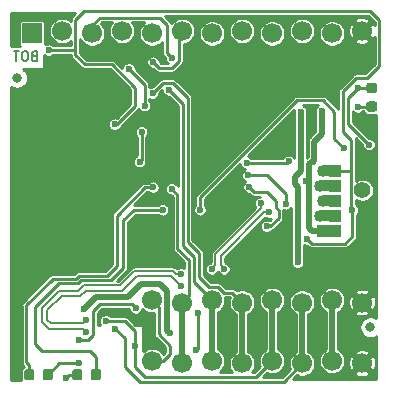
<source format=gbr>
%TF.GenerationSoftware,KiCad,Pcbnew,(5.1.8)-1*%
%TF.CreationDate,2021-03-28T09:39:19+02:00*%
%TF.ProjectId,KETCube_mainboard,4b455443-7562-4655-9f6d-61696e626f61,I*%
%TF.SameCoordinates,Original*%
%TF.FileFunction,Copper,L2,Bot*%
%TF.FilePolarity,Positive*%
%FSLAX46Y46*%
G04 Gerber Fmt 4.6, Leading zero omitted, Abs format (unit mm)*
G04 Created by KiCad (PCBNEW (5.1.8)-1) date 2021-03-28 09:39:19*
%MOMM*%
%LPD*%
G01*
G04 APERTURE LIST*
%TA.AperFunction,NonConductor*%
%ADD10C,0.200000*%
%TD*%
%TA.AperFunction,EtchedComponent*%
%ADD11C,0.100000*%
%TD*%
%TA.AperFunction,ComponentPad*%
%ADD12C,1.700000*%
%TD*%
%TA.AperFunction,ComponentPad*%
%ADD13R,1.700000X1.700000*%
%TD*%
%TA.AperFunction,SMDPad,CuDef*%
%ADD14R,1.000000X1.000000*%
%TD*%
%TA.AperFunction,ComponentPad*%
%ADD15C,1.010000*%
%TD*%
%TA.AperFunction,ComponentPad*%
%ADD16R,1.010000X1.010000*%
%TD*%
%TA.AperFunction,SMDPad,CuDef*%
%ADD17C,0.800000*%
%TD*%
%TA.AperFunction,ComponentPad*%
%ADD18C,1.400000*%
%TD*%
%TA.AperFunction,ViaPad*%
%ADD19C,0.600000*%
%TD*%
%TA.AperFunction,Conductor*%
%ADD20C,0.250000*%
%TD*%
%TA.AperFunction,Conductor*%
%ADD21C,0.350000*%
%TD*%
%TA.AperFunction,Conductor*%
%ADD22C,0.500000*%
%TD*%
%TA.AperFunction,Conductor*%
%ADD23C,0.200000*%
%TD*%
%TA.AperFunction,Conductor*%
%ADD24C,0.100000*%
%TD*%
G04 APERTURE END LIST*
D10*
X133966666Y-87042857D02*
X133852380Y-87080952D01*
X133814285Y-87119047D01*
X133776190Y-87195238D01*
X133776190Y-87309523D01*
X133814285Y-87385714D01*
X133852380Y-87423809D01*
X133928571Y-87461904D01*
X134233333Y-87461904D01*
X134233333Y-86661904D01*
X133966666Y-86661904D01*
X133890476Y-86700000D01*
X133852380Y-86738095D01*
X133814285Y-86814285D01*
X133814285Y-86890476D01*
X133852380Y-86966666D01*
X133890476Y-87004761D01*
X133966666Y-87042857D01*
X134233333Y-87042857D01*
X133280952Y-86661904D02*
X133128571Y-86661904D01*
X133052380Y-86700000D01*
X132976190Y-86776190D01*
X132938095Y-86928571D01*
X132938095Y-87195238D01*
X132976190Y-87347619D01*
X133052380Y-87423809D01*
X133128571Y-87461904D01*
X133280952Y-87461904D01*
X133357142Y-87423809D01*
X133433333Y-87347619D01*
X133471428Y-87195238D01*
X133471428Y-86928571D01*
X133433333Y-86776190D01*
X133357142Y-86700000D01*
X133280952Y-86661904D01*
X132709523Y-86661904D02*
X132252380Y-86661904D01*
X132480952Y-87461904D02*
X132480952Y-86661904D01*
D11*
%TO.C,J3*%
G36*
X158330900Y-96304100D02*
G01*
X158330900Y-97269300D01*
X159600900Y-97269300D01*
X159600900Y-96304100D01*
X158330900Y-96304100D01*
G37*
G36*
X158127700Y-97574100D02*
G01*
X158127700Y-98539300D01*
X159397700Y-98539300D01*
X159397700Y-97574100D01*
X158127700Y-97574100D01*
G37*
G36*
X158330900Y-98844100D02*
G01*
X158330900Y-99809300D01*
X159600900Y-99809300D01*
X159600900Y-98844100D01*
X158330900Y-98844100D01*
G37*
G36*
X158280100Y-101384100D02*
G01*
X158280100Y-102349300D01*
X159550100Y-102349300D01*
X159550100Y-101384100D01*
X158280100Y-101384100D01*
G37*
G36*
X158178500Y-100114100D02*
G01*
X158178500Y-101079300D01*
X159448500Y-101079300D01*
X159448500Y-100114100D01*
X158178500Y-100114100D01*
G37*
%TD*%
D12*
%TO.P,J1,20*%
%TO.N,GND*%
X161757660Y-107942860D03*
%TO.P,J1,19*%
%TO.N,+5V*%
X159217660Y-107742860D03*
%TO.P,J1,13*%
%TO.N,/PB2*%
X143977660Y-107742860D03*
%TO.P,J1,18*%
%TO.N,/PB9*%
X156677660Y-107942860D03*
%TO.P,J1,17*%
%TO.N,/PB8*%
X154137660Y-107742860D03*
%TO.P,J1,16*%
%TO.N,/PA2*%
X151597660Y-107942860D03*
%TO.P,J1,14*%
%TO.N,/PB5*%
X146517660Y-107942860D03*
%TO.P,J1,15*%
%TO.N,/PA3*%
X149057660Y-107742860D03*
D13*
%TO.P,J1,1*%
%TO.N,/PA10*%
X133817660Y-85144860D03*
D12*
%TO.P,J1,2*%
%TO.N,/PA9*%
X136357660Y-84944860D03*
%TO.P,J1,3*%
%TO.N,/PA8*%
X138897660Y-85144860D03*
%TO.P,J1,4*%
%TO.N,/PB7\u005CNRST*%
X141437660Y-84944860D03*
%TO.P,J1,5*%
%TO.N,/PA4*%
X143977660Y-85144860D03*
%TO.P,J1,6*%
%TO.N,/PA0*%
X146517660Y-84944860D03*
%TO.P,J1,7*%
%TO.N,/PB12*%
X149057660Y-85144860D03*
%TO.P,J1,8*%
%TO.N,/PB13*%
X151597660Y-84944860D03*
%TO.P,J1,9*%
%TO.N,/PB14*%
X154137660Y-85144860D03*
%TO.P,J1,10*%
%TO.N,/PB15*%
X156677660Y-84944860D03*
%TO.P,J1,11*%
%TO.N,+3V3*%
X159217660Y-85144860D03*
%TO.P,J1,12*%
%TO.N,GND*%
X161757660Y-84944860D03*
%TO.P,J1,13*%
%TO.N,/PB2*%
X143977660Y-112884860D03*
%TO.P,J1,14*%
%TO.N,/PB5*%
X146517660Y-113084860D03*
%TO.P,J1,15*%
%TO.N,/PA3*%
X149057660Y-112884860D03*
%TO.P,J1,16*%
%TO.N,/PA2*%
X151597660Y-113084860D03*
%TO.P,J1,17*%
%TO.N,/PB8*%
X154137660Y-112884860D03*
%TO.P,J1,18*%
%TO.N,/PB9*%
X156677660Y-113084860D03*
%TO.P,J1,19*%
%TO.N,+5V*%
X159217660Y-112884860D03*
%TO.P,J1,20*%
%TO.N,GND*%
X161757660Y-113084860D03*
%TD*%
D14*
%TO.P,J3,05*%
%TO.N,/NRST*%
X159440900Y-96786700D03*
%TO.P,J3,04*%
%TO.N,/SWDAT*%
X159440900Y-98056700D03*
%TO.P,J3,03*%
%TO.N,GND*%
X159440900Y-99326700D03*
%TO.P,J3,02*%
%TO.N,/SWCLK*%
X159440900Y-100596700D03*
%TO.P,J3,01*%
%TO.N,+3V3*%
X159440900Y-101866700D03*
D15*
%TO.P,J3,05*%
%TO.N,/NRST*%
X158430900Y-96786700D03*
%TO.P,J3,04*%
%TO.N,/SWDAT*%
X158230900Y-98056700D03*
%TO.P,J3,03*%
%TO.N,GND*%
X158430900Y-99326700D03*
%TO.P,J3,02*%
%TO.N,/SWCLK*%
X158230900Y-100596700D03*
D16*
%TO.P,J3,01*%
%TO.N,+3V3*%
X158430900Y-101866700D03*
%TD*%
D17*
%TO.P,FID4,*%
%TO.N,*%
X162461400Y-110030200D03*
%TD*%
%TO.P,FID3,*%
%TO.N,*%
X132551400Y-88930200D03*
%TD*%
D18*
%TO.P,TP1,1*%
%TO.N,/BOOT*%
X161791400Y-98440200D03*
%TD*%
%TO.P,D3,2*%
%TO.N,/PB7*%
%TA.AperFunction,SMDPad,CuDef*%
G36*
G01*
X134016000Y-113789750D02*
X134016000Y-114302250D01*
G75*
G02*
X133797250Y-114521000I-218750J0D01*
G01*
X133359750Y-114521000D01*
G75*
G02*
X133141000Y-114302250I0J218750D01*
G01*
X133141000Y-113789750D01*
G75*
G02*
X133359750Y-113571000I218750J0D01*
G01*
X133797250Y-113571000D01*
G75*
G02*
X134016000Y-113789750I0J-218750D01*
G01*
G37*
%TD.AperFunction*%
%TO.P,D3,1*%
%TO.N,Net-(D3-Pad1)*%
%TA.AperFunction,SMDPad,CuDef*%
G36*
G01*
X135591000Y-113789750D02*
X135591000Y-114302250D01*
G75*
G02*
X135372250Y-114521000I-218750J0D01*
G01*
X134934750Y-114521000D01*
G75*
G02*
X134716000Y-114302250I0J218750D01*
G01*
X134716000Y-113789750D01*
G75*
G02*
X134934750Y-113571000I218750J0D01*
G01*
X135372250Y-113571000D01*
G75*
G02*
X135591000Y-113789750I0J-218750D01*
G01*
G37*
%TD.AperFunction*%
%TD*%
%TO.P,D2,2*%
%TO.N,/PB6*%
%TA.AperFunction,SMDPad,CuDef*%
G36*
G01*
X138780000Y-114302250D02*
X138780000Y-113789750D01*
G75*
G02*
X138998750Y-113571000I218750J0D01*
G01*
X139436250Y-113571000D01*
G75*
G02*
X139655000Y-113789750I0J-218750D01*
G01*
X139655000Y-114302250D01*
G75*
G02*
X139436250Y-114521000I-218750J0D01*
G01*
X138998750Y-114521000D01*
G75*
G02*
X138780000Y-114302250I0J218750D01*
G01*
G37*
%TD.AperFunction*%
%TO.P,D2,1*%
%TO.N,Net-(D2-Pad1)*%
%TA.AperFunction,SMDPad,CuDef*%
G36*
G01*
X137205000Y-114302250D02*
X137205000Y-113789750D01*
G75*
G02*
X137423750Y-113571000I218750J0D01*
G01*
X137861250Y-113571000D01*
G75*
G02*
X138080000Y-113789750I0J-218750D01*
G01*
X138080000Y-114302250D01*
G75*
G02*
X137861250Y-114521000I-218750J0D01*
G01*
X137423750Y-114521000D01*
G75*
G02*
X137205000Y-114302250I0J218750D01*
G01*
G37*
%TD.AperFunction*%
%TD*%
%TO.P,D1,2*%
%TO.N,+3V3*%
%TA.AperFunction,SMDPad,CuDef*%
G36*
G01*
X162841650Y-90213700D02*
X162329150Y-90213700D01*
G75*
G02*
X162110400Y-89994950I0J218750D01*
G01*
X162110400Y-89557450D01*
G75*
G02*
X162329150Y-89338700I218750J0D01*
G01*
X162841650Y-89338700D01*
G75*
G02*
X163060400Y-89557450I0J-218750D01*
G01*
X163060400Y-89994950D01*
G75*
G02*
X162841650Y-90213700I-218750J0D01*
G01*
G37*
%TD.AperFunction*%
%TO.P,D1,1*%
%TO.N,Net-(D1-Pad1)*%
%TA.AperFunction,SMDPad,CuDef*%
G36*
G01*
X162841650Y-91788700D02*
X162329150Y-91788700D01*
G75*
G02*
X162110400Y-91569950I0J218750D01*
G01*
X162110400Y-91132450D01*
G75*
G02*
X162329150Y-90913700I218750J0D01*
G01*
X162841650Y-90913700D01*
G75*
G02*
X163060400Y-91132450I0J-218750D01*
G01*
X163060400Y-91569950D01*
G75*
G02*
X162841650Y-91788700I-218750J0D01*
G01*
G37*
%TD.AperFunction*%
%TD*%
D19*
%TO.N,GND*%
X157454608Y-92316300D03*
X158394408Y-104330500D03*
X155587708Y-92481400D03*
X138074408Y-86233000D03*
X150317208Y-111607600D03*
X150266408Y-108712000D03*
X158026108Y-114033300D03*
X156260808Y-106337100D03*
X155486108Y-109728000D03*
X155384508Y-111518700D03*
X160528008Y-110413800D03*
X162128208Y-103124000D03*
X154317708Y-104686100D03*
X154228808Y-106121200D03*
X150469608Y-106273600D03*
X149733008Y-101777800D03*
X143281408Y-92379800D03*
X132359408Y-83781900D03*
X135216908Y-83997800D03*
X161569408Y-95211900D03*
X162052008Y-87312500D03*
X153517608Y-88201500D03*
X154635208Y-90919300D03*
X157873708Y-86309200D03*
X144703800Y-111658400D03*
X142798800Y-103454200D03*
X146050000Y-104546400D03*
X148869400Y-92722700D03*
X148932900Y-95199200D03*
X142519408Y-86499700D03*
X152742908Y-105613200D03*
X133146800Y-92989400D03*
X140740680Y-89002860D03*
X140766080Y-91771460D03*
X137565680Y-91771460D03*
X135990880Y-93244660D03*
X135813800Y-89230200D03*
X134467600Y-90017600D03*
X133502400Y-91363800D03*
X137185400Y-93230700D03*
X138328400Y-93230700D03*
X139661900Y-93230700D03*
X139915900Y-94310200D03*
X139915900Y-95643700D03*
X139915900Y-97167700D03*
X139915900Y-98691700D03*
X139915900Y-100215700D03*
X139915900Y-101739700D03*
X139915900Y-103517700D03*
X139915900Y-104787700D03*
X138709400Y-104978200D03*
X137375900Y-105105200D03*
X135851900Y-105105200D03*
X132486400Y-105168700D03*
X134264400Y-105168700D03*
X138582400Y-91770200D03*
X139674600Y-91770200D03*
X139597680Y-89002860D03*
X138463960Y-89002860D03*
X137236200Y-89027000D03*
X151980900Y-93611700D03*
X145122900Y-92722700D03*
X155409900Y-102247700D03*
X145122900Y-95262700D03*
X149377400Y-100406200D03*
X143484600Y-109880400D03*
%TO.N,+3V3*%
X162342660Y-94575460D03*
X161416902Y-89776200D03*
X158330900Y-91706700D03*
X156997400Y-97675700D03*
X157581600Y-96012000D03*
%TO.N,Net-(C7-Pad1)*%
X156552900Y-91770206D03*
X156298888Y-104533700D03*
X145465800Y-110515400D03*
X138201400Y-108508800D03*
%TO.N,/NRST*%
X140804900Y-92849700D03*
X160934400Y-100088700D03*
X157120308Y-102572401D03*
X135216900Y-86563186D03*
%TO.N,Net-(D1-Pad1)*%
X161391600Y-91389198D03*
%TO.N,/PB6*%
X144868900Y-100088700D03*
%TO.N,Net-(D2-Pad1)*%
X147878800Y-108788200D03*
X147726400Y-111988600D03*
X136652000Y-114300000D03*
%TO.N,/PB7*%
X142003627Y-88143233D03*
X143347667Y-91262200D03*
X144047660Y-98179440D03*
%TO.N,Net-(D3-Pad1)*%
X142595600Y-108407200D03*
X137820400Y-111125000D03*
X137769600Y-113080800D03*
%TO.N,/SWDAT*%
X155543355Y-95999530D03*
X151993600Y-96113600D03*
%TO.N,/SWCLK*%
X155321000Y-99593400D03*
X152095200Y-97180400D03*
%TO.N,/USB_P*%
X138404600Y-110464600D03*
X153171768Y-99552368D03*
X149030200Y-105105200D03*
X146405600Y-105494600D03*
%TO.N,/USB_N*%
X138404600Y-109397800D03*
X153914232Y-100294832D03*
X150080200Y-105105200D03*
X146405600Y-106544600D03*
%TO.N,Net-(IC1-Pad48)*%
X152171400Y-98171000D03*
X153670000Y-101498400D03*
%TO.N,/BOOT*%
X160235900Y-94881700D03*
X148035156Y-100097422D03*
%TO.N,/PB5*%
X145630900Y-98310700D03*
%TO.N,/PB9*%
X140868400Y-110159800D03*
%TO.N,/PB8*%
X142494000Y-111633000D03*
X140055600Y-109474000D03*
%TO.N,/PA0*%
X144043400Y-87579200D03*
X143090900Y-93484730D03*
X142923890Y-96002859D03*
%TO.N,/PA2*%
X144022667Y-90211978D03*
%TO.N,/PA3*%
X145407595Y-89961505D03*
%TO.N,/PA8*%
X145630900Y-87198200D03*
%TD*%
D20*
%TO.N,GND*%
X151980900Y-93611700D02*
X151409400Y-93611700D01*
D21*
X145122900Y-92722700D02*
X145122900Y-93294200D01*
D20*
X158430900Y-99326700D02*
X159440900Y-99326700D01*
%TO.N,+3V3*%
X162585400Y-89776200D02*
X161416902Y-89776200D01*
D22*
X157515560Y-101876860D02*
X157289410Y-101650710D01*
X158415660Y-101876860D02*
X157515560Y-101876860D01*
X157289410Y-97510690D02*
X157289410Y-96215200D01*
X157289410Y-101650710D02*
X157289410Y-97510690D01*
D20*
X158430900Y-101866700D02*
X159440900Y-101866700D01*
X160554900Y-90638202D02*
X161416902Y-89776200D01*
X162342660Y-94575460D02*
X160554900Y-92787700D01*
X160554900Y-92787700D02*
X160554900Y-90638202D01*
X157124400Y-97675700D02*
X157289410Y-97510690D01*
X156997400Y-97675700D02*
X157124400Y-97675700D01*
D22*
X157492610Y-96012000D02*
X157289410Y-96215200D01*
X157581600Y-96012000D02*
X157492610Y-96012000D01*
X158330900Y-93675200D02*
X158330900Y-91706700D01*
X157695900Y-94310200D02*
X158330900Y-93675200D01*
X157695900Y-95897700D02*
X157695900Y-94310200D01*
X157581600Y-96012000D02*
X157695900Y-95897700D01*
%TO.N,Net-(C7-Pad1)*%
X156044900Y-97929700D02*
X156298888Y-98183688D01*
X156044900Y-97294700D02*
X156044900Y-97929700D01*
X156552900Y-91770206D02*
X156552900Y-96786700D01*
X156552900Y-96786700D02*
X156044900Y-97294700D01*
X156298888Y-98183688D02*
X156298888Y-104533700D01*
X145262600Y-110312200D02*
X145465800Y-110515400D01*
X145262600Y-106984800D02*
X145262600Y-110312200D01*
X144653000Y-106375200D02*
X145262600Y-106984800D01*
X143052800Y-106375200D02*
X144653000Y-106375200D01*
X139192000Y-107467400D02*
X141960600Y-107467400D01*
X141960600Y-107467400D02*
X143052800Y-106375200D01*
X138201400Y-108458000D02*
X139192000Y-107467400D01*
X138201400Y-108508800D02*
X138201400Y-108458000D01*
D20*
%TO.N,/NRST*%
X157120308Y-102572401D02*
X157494107Y-102946200D01*
X157494107Y-102946200D02*
X160299400Y-102946200D01*
X160934400Y-102311200D02*
X160934400Y-100088700D01*
X160299400Y-102946200D02*
X160934400Y-102311200D01*
X158430900Y-96786700D02*
X159440900Y-96786700D01*
X160816399Y-96714201D02*
X160816399Y-99970699D01*
X160816399Y-99970699D02*
X160934400Y-100088700D01*
X160743900Y-96786700D02*
X160816399Y-96714201D01*
X158430900Y-96786700D02*
X160743900Y-96786700D01*
X135216914Y-86563200D02*
X135216900Y-86563186D01*
X137439386Y-86563186D02*
X137482661Y-86606461D01*
X135216900Y-86563186D02*
X137439386Y-86563186D01*
X140995400Y-92849700D02*
X140804900Y-92849700D01*
X142519400Y-91325700D02*
X140995400Y-92849700D01*
X140550900Y-87769700D02*
X142519400Y-89738200D01*
X138264900Y-87769700D02*
X140550900Y-87769700D01*
X137482661Y-86987461D02*
X138264900Y-87769700D01*
X142519400Y-89738200D02*
X142519400Y-91325700D01*
X137482661Y-86606461D02*
X137482661Y-86987461D01*
X138212390Y-83250210D02*
X137482661Y-83979939D01*
X162447410Y-83250210D02*
X138212390Y-83250210D01*
X163231390Y-87885710D02*
X163231390Y-84034190D01*
X162204400Y-88912700D02*
X163231390Y-87885710D01*
X161281400Y-88912700D02*
X162204400Y-88912700D01*
X160154890Y-90039210D02*
X161281400Y-88912700D01*
X160154890Y-93467190D02*
X160154890Y-90039210D01*
X160832800Y-94145100D02*
X160154890Y-93467190D01*
X137482661Y-83979939D02*
X137482661Y-86606461D01*
X163231390Y-84034190D02*
X162447410Y-83250210D01*
X160832800Y-96697800D02*
X160832800Y-94145100D01*
X160816399Y-96714201D02*
X160832800Y-96697800D01*
%TO.N,Net-(D1-Pad1)*%
X162271742Y-91664858D02*
X162585400Y-91351200D01*
X162585400Y-91351200D02*
X161429598Y-91351200D01*
X161429598Y-91351200D02*
X161391600Y-91389198D01*
%TO.N,/PB6*%
X134049548Y-108342652D02*
X134049548Y-111443548D01*
X134620000Y-112014000D02*
X138684000Y-112014000D01*
X136076012Y-106316188D02*
X134049548Y-108342652D01*
X134049548Y-111443548D02*
X134620000Y-112014000D01*
X137974683Y-106053212D02*
X137711707Y-106316188D01*
X139217500Y-112547500D02*
X139217500Y-114046000D01*
X140504588Y-106053212D02*
X137974683Y-106053212D01*
X141528800Y-105029000D02*
X140504588Y-106053212D01*
X141528800Y-100990400D02*
X141528800Y-105029000D01*
X137711707Y-106316188D02*
X136076012Y-106316188D01*
X142430500Y-100088700D02*
X141528800Y-100990400D01*
X138684000Y-112014000D02*
X139217500Y-112547500D01*
X144868900Y-100088700D02*
X142430500Y-100088700D01*
%TO.N,Net-(D2-Pad1)*%
X147878800Y-108788200D02*
X147878800Y-111912400D01*
X147802600Y-111988600D02*
X147726400Y-111988600D01*
X147878800Y-111912400D02*
X147802600Y-111988600D01*
X137604400Y-114007800D02*
X137604400Y-114058700D01*
X137642500Y-114046000D02*
X137642500Y-114071500D01*
X136652000Y-114300000D02*
X136906000Y-114046000D01*
X136906000Y-114046000D02*
X137642500Y-114046000D01*
%TO.N,/PB7*%
X142003627Y-88143233D02*
X143347667Y-89487273D01*
X143347667Y-89487273D02*
X143347667Y-91262200D01*
X133324600Y-113004600D02*
X133578500Y-113258500D01*
X133324600Y-108178600D02*
X133324600Y-113004600D01*
X137546018Y-105916177D02*
X135587023Y-105916177D01*
X135587023Y-105916177D02*
X133324600Y-108178600D01*
X137808994Y-105653201D02*
X137546018Y-105916177D01*
X140197201Y-105653201D02*
X137808994Y-105653201D01*
X133578500Y-113258500D02*
X133578500Y-114046000D01*
X140970000Y-104880402D02*
X140197201Y-105653201D01*
X140970000Y-100584000D02*
X140970000Y-104880402D01*
X143374560Y-98179440D02*
X140970000Y-100584000D01*
X144047660Y-98179440D02*
X143374560Y-98179440D01*
%TO.N,Net-(D3-Pad1)*%
X136118700Y-113080800D02*
X135153500Y-114046000D01*
X137769600Y-113080800D02*
X136118700Y-113080800D01*
X138582400Y-111125000D02*
X137820400Y-111125000D01*
X138988800Y-110718600D02*
X138582400Y-111125000D01*
X138988800Y-108686600D02*
X138988800Y-110718600D01*
X142290800Y-108102400D02*
X139573000Y-108102400D01*
X139573000Y-108102400D02*
X138988800Y-108686600D01*
X142595600Y-108407200D02*
X142290800Y-108102400D01*
%TO.N,/SWDAT*%
X158230900Y-98056700D02*
X159440900Y-98056700D01*
X155429285Y-96113600D02*
X155543355Y-95999530D01*
X151993600Y-96113600D02*
X155429285Y-96113600D01*
%TO.N,/SWCLK*%
X158230900Y-100596700D02*
X159440900Y-100596700D01*
X155321000Y-98755200D02*
X155321000Y-99593400D01*
X152095200Y-97180400D02*
X153746200Y-97180400D01*
X153746200Y-97180400D02*
X155321000Y-98755200D01*
D23*
%TO.N,/USB_P*%
X153171768Y-99552368D02*
X153171768Y-99976633D01*
X149330200Y-104805200D02*
X149030200Y-105105200D01*
X138104600Y-110156200D02*
X138404600Y-110456200D01*
X135238000Y-110156200D02*
X138104600Y-110156200D01*
X134674400Y-108390200D02*
X134674400Y-109592600D01*
X138184400Y-106480400D02*
X137727200Y-106937600D01*
X146405600Y-105494600D02*
X145991997Y-105494600D01*
X142477000Y-105261200D02*
X141257800Y-106480400D01*
X137727200Y-106937600D02*
X136127000Y-106937600D01*
X136127000Y-106937600D02*
X134674400Y-108390200D01*
X145991997Y-105494600D02*
X145758597Y-105261200D01*
X134674400Y-109592600D02*
X135238000Y-110156200D01*
X145758597Y-105261200D02*
X142477000Y-105261200D01*
X141257800Y-106480400D02*
X138184400Y-106480400D01*
X153171768Y-99976633D02*
X149330200Y-103818201D01*
X149330200Y-103818201D02*
X149330200Y-104805200D01*
%TO.N,/USB_N*%
X153489967Y-100294832D02*
X153914232Y-100294832D01*
X141444200Y-106930400D02*
X138370800Y-106930400D01*
X135124400Y-109406200D02*
X135424400Y-109706200D01*
X135124400Y-108576600D02*
X135124400Y-109406200D01*
X138370800Y-106930400D02*
X137913600Y-107387600D01*
X142663400Y-105711200D02*
X141444200Y-106930400D01*
X136313400Y-107387600D02*
X135124400Y-108576600D01*
X146405600Y-106544600D02*
X145572200Y-105711200D01*
X145572200Y-105711200D02*
X142663400Y-105711200D01*
X137913600Y-107387600D02*
X136313400Y-107387600D01*
X135424400Y-109706200D02*
X138104600Y-109706200D01*
X138104600Y-109706200D02*
X138404600Y-109406200D01*
X149780200Y-104004599D02*
X153489967Y-100294832D01*
X149780200Y-104805200D02*
X149780200Y-104004599D01*
X150080200Y-105105200D02*
X149780200Y-104805200D01*
D20*
%TO.N,Net-(IC1-Pad48)*%
X152171400Y-98171000D02*
X152577800Y-98577400D01*
X152577800Y-98577400D02*
X153720800Y-98577400D01*
X153720800Y-98577400D02*
X154508200Y-99364800D01*
X154508200Y-99364800D02*
X154508200Y-99923600D01*
X154508200Y-99923600D02*
X154686000Y-100101400D01*
X154686000Y-100101400D02*
X154686000Y-100787200D01*
X153974800Y-101498400D02*
X153670000Y-101498400D01*
X154686000Y-100787200D02*
X153974800Y-101498400D01*
%TO.N,/BOOT*%
X159410400Y-91770200D02*
X158457900Y-90817700D01*
X160235900Y-94881700D02*
X159410400Y-94056200D01*
X156252396Y-90817700D02*
X148035156Y-99034940D01*
X159410400Y-94056200D02*
X159410400Y-91770200D01*
X158457900Y-90817700D02*
X156252396Y-90817700D01*
X148035156Y-99034940D02*
X148035156Y-99531737D01*
X148035156Y-99531737D02*
X148035156Y-100097422D01*
D22*
%TO.N,/PB5*%
X146517660Y-107942860D02*
X146517660Y-113084860D01*
D20*
X147091400Y-107369120D02*
X146517660Y-107942860D01*
X147091400Y-104368600D02*
X147091400Y-107369120D01*
X146126200Y-103403400D02*
X147091400Y-104368600D01*
X146126200Y-98806000D02*
X146126200Y-103403400D01*
X145630900Y-98310700D02*
X146126200Y-98806000D01*
%TO.N,/PB2*%
X144551400Y-110642400D02*
X145491200Y-111582200D01*
X145491200Y-111582200D02*
X145491200Y-112318800D01*
X144925140Y-112884860D02*
X143977660Y-112884860D01*
X145491200Y-112318800D02*
X144925140Y-112884860D01*
X144551400Y-108316600D02*
X143977660Y-107742860D01*
X144551400Y-110134400D02*
X144551400Y-108316600D01*
X144551400Y-109753400D02*
X144551400Y-110134400D01*
X144551400Y-110134400D02*
X144551400Y-110642400D01*
D22*
%TO.N,/PB9*%
X156677660Y-107942860D02*
X156677660Y-113084860D01*
D20*
X155112330Y-114650190D02*
X156677660Y-113084860D01*
X141655800Y-113360200D02*
X142945790Y-114650190D01*
X142945790Y-114650190D02*
X155112330Y-114650190D01*
X141655800Y-110947200D02*
X141655800Y-113360200D01*
X140868400Y-110159800D02*
X141655800Y-110947200D01*
D22*
%TO.N,/PB8*%
X154137660Y-107742860D02*
X154137660Y-112884860D01*
D20*
X152812659Y-114209861D02*
X154137660Y-112884860D01*
X142494000Y-113360200D02*
X143343661Y-114209861D01*
X142494000Y-111633000D02*
X142494000Y-113360200D01*
X143343661Y-114209861D02*
X152812659Y-114209861D01*
X141655800Y-109474000D02*
X142494000Y-110312200D01*
X140055600Y-109474000D02*
X141655800Y-109474000D01*
X142494000Y-110312200D02*
X142494000Y-111633000D01*
%TO.N,/PA0*%
X143090900Y-93484730D02*
X143090900Y-95835849D01*
X143090900Y-95835849D02*
X142923890Y-96002859D01*
X145669000Y-88087200D02*
X144551400Y-88087200D01*
X146240500Y-87515700D02*
X145669000Y-88087200D01*
X144551400Y-88087200D02*
X144043400Y-87579200D01*
X146240500Y-85222020D02*
X146240500Y-87515700D01*
X146517660Y-84944860D02*
X146240500Y-85222020D01*
D22*
%TO.N,/PA2*%
X151597660Y-107942860D02*
X151597660Y-113084860D01*
D20*
X144890145Y-89344500D02*
X144022667Y-90211978D01*
X146989800Y-90614500D02*
X145719800Y-89344500D01*
X146989800Y-102793800D02*
X146989800Y-90614500D01*
X147941590Y-105764890D02*
X147941590Y-103745590D01*
X148794559Y-106617859D02*
X147941590Y-105764890D01*
X149597661Y-106617859D02*
X148794559Y-106617859D01*
X145719800Y-89344500D02*
X144890145Y-89344500D01*
X150072663Y-107092861D02*
X149597661Y-106617859D01*
X150747661Y-107092861D02*
X150072663Y-107092861D01*
X147941590Y-103745590D02*
X146989800Y-102793800D01*
X151597660Y-107942860D02*
X150747661Y-107092861D01*
D22*
%TO.N,/PA3*%
X149057660Y-107742860D02*
X149057660Y-112884860D01*
D20*
X146558000Y-91111910D02*
X145407595Y-89961505D01*
X146558000Y-103149400D02*
X146558000Y-91111910D01*
X147497800Y-104089200D02*
X146558000Y-103149400D01*
X147497800Y-106183000D02*
X147497800Y-104089200D01*
X149057660Y-107742860D02*
X147497800Y-106183000D01*
%TO.N,/PA8*%
X145630900Y-87198200D02*
X145249900Y-86817200D01*
X145249900Y-86817200D02*
X145249900Y-84404200D01*
X144665559Y-83819859D02*
X139547741Y-83819859D01*
X145249900Y-84404200D02*
X144665559Y-83819859D01*
X138897660Y-84469940D02*
X138897660Y-85144860D01*
X139547741Y-83819859D02*
X138897660Y-84469940D01*
D22*
%TO.N,+5V*%
X159217660Y-107742860D02*
X159217660Y-112884860D01*
%TD*%
D20*
%TO.N,GND*%
X134850359Y-87009818D02*
X134944535Y-87072744D01*
X135049179Y-87116089D01*
X135160267Y-87138186D01*
X135273533Y-87138186D01*
X135384621Y-87116089D01*
X135489265Y-87072744D01*
X135583441Y-87009818D01*
X135630073Y-86963186D01*
X137082661Y-86963186D01*
X137082661Y-86967815D01*
X137080726Y-86987461D01*
X137082661Y-87007107D01*
X137082661Y-87007108D01*
X137086333Y-87044385D01*
X137088449Y-87065874D01*
X137111322Y-87141275D01*
X137148464Y-87210763D01*
X137185926Y-87256411D01*
X137185929Y-87256414D01*
X137198451Y-87271672D01*
X137213708Y-87284194D01*
X137968167Y-88038653D01*
X137980689Y-88053911D01*
X137995947Y-88066433D01*
X137995949Y-88066435D01*
X138023150Y-88088758D01*
X138041597Y-88103897D01*
X138111086Y-88141040D01*
X138186486Y-88163912D01*
X138264899Y-88171635D01*
X138284546Y-88169700D01*
X140385215Y-88169700D01*
X142119400Y-89903885D01*
X142119401Y-91160014D01*
X140979690Y-92299725D01*
X140972621Y-92296797D01*
X140861533Y-92274700D01*
X140748267Y-92274700D01*
X140637179Y-92296797D01*
X140532535Y-92340142D01*
X140438359Y-92403068D01*
X140358268Y-92483159D01*
X140295342Y-92577335D01*
X140251997Y-92681979D01*
X140229900Y-92793067D01*
X140229900Y-92906333D01*
X140251997Y-93017421D01*
X140295342Y-93122065D01*
X140358268Y-93216241D01*
X140438359Y-93296332D01*
X140532535Y-93359258D01*
X140637179Y-93402603D01*
X140748267Y-93424700D01*
X140861533Y-93424700D01*
X140972621Y-93402603D01*
X141077265Y-93359258D01*
X141171441Y-93296332D01*
X141251532Y-93216241D01*
X141314458Y-93122065D01*
X141332658Y-93078127D01*
X142788348Y-91622437D01*
X142803611Y-91609911D01*
X142850377Y-91552926D01*
X142901035Y-91628741D01*
X142981126Y-91708832D01*
X143075302Y-91771758D01*
X143179946Y-91815103D01*
X143291034Y-91837200D01*
X143404300Y-91837200D01*
X143515388Y-91815103D01*
X143620032Y-91771758D01*
X143714208Y-91708832D01*
X143794299Y-91628741D01*
X143857225Y-91534565D01*
X143900570Y-91429921D01*
X143922667Y-91318833D01*
X143922667Y-91205567D01*
X143900570Y-91094479D01*
X143857225Y-90989835D01*
X143794299Y-90895659D01*
X143747667Y-90849027D01*
X143747667Y-90719775D01*
X143750302Y-90721536D01*
X143854946Y-90764881D01*
X143966034Y-90786978D01*
X144079300Y-90786978D01*
X144190388Y-90764881D01*
X144295032Y-90721536D01*
X144389208Y-90658610D01*
X144469299Y-90578519D01*
X144532225Y-90484343D01*
X144575570Y-90379699D01*
X144597667Y-90268611D01*
X144597667Y-90202663D01*
X144832595Y-89967736D01*
X144832595Y-90018138D01*
X144854692Y-90129226D01*
X144898037Y-90233870D01*
X144960963Y-90328046D01*
X145041054Y-90408137D01*
X145135230Y-90471063D01*
X145239874Y-90514408D01*
X145350962Y-90536505D01*
X145416910Y-90536505D01*
X146158001Y-91277596D01*
X146158000Y-98080686D01*
X146140458Y-98038335D01*
X146077532Y-97944159D01*
X145997441Y-97864068D01*
X145903265Y-97801142D01*
X145798621Y-97757797D01*
X145687533Y-97735700D01*
X145574267Y-97735700D01*
X145463179Y-97757797D01*
X145358535Y-97801142D01*
X145264359Y-97864068D01*
X145184268Y-97944159D01*
X145121342Y-98038335D01*
X145077997Y-98142979D01*
X145055900Y-98254067D01*
X145055900Y-98367333D01*
X145077997Y-98478421D01*
X145121342Y-98583065D01*
X145184268Y-98677241D01*
X145264359Y-98757332D01*
X145358535Y-98820258D01*
X145463179Y-98863603D01*
X145574267Y-98885700D01*
X145640214Y-98885700D01*
X145726200Y-98971686D01*
X145726201Y-103383744D01*
X145724265Y-103403400D01*
X145731988Y-103481813D01*
X145754861Y-103557214D01*
X145792003Y-103626702D01*
X145829465Y-103672350D01*
X145829468Y-103672353D01*
X145841990Y-103687611D01*
X145857248Y-103700133D01*
X146691400Y-104534286D01*
X146691400Y-104994019D01*
X146677965Y-104985042D01*
X146573321Y-104941697D01*
X146462233Y-104919600D01*
X146348967Y-104919600D01*
X146237879Y-104941697D01*
X146133235Y-104985042D01*
X146061020Y-105033294D01*
X146036792Y-105009066D01*
X146025045Y-104994752D01*
X145967944Y-104947891D01*
X145902797Y-104913069D01*
X145832110Y-104891626D01*
X145777016Y-104886200D01*
X145777013Y-104886200D01*
X145758597Y-104884386D01*
X145740181Y-104886200D01*
X142495415Y-104886200D01*
X142476999Y-104884386D01*
X142458583Y-104886200D01*
X142458581Y-104886200D01*
X142403487Y-104891626D01*
X142332800Y-104913069D01*
X142267653Y-104947891D01*
X142210552Y-104994752D01*
X142198809Y-105009061D01*
X141102471Y-106105400D01*
X141018085Y-106105400D01*
X141797748Y-105325737D01*
X141813011Y-105313211D01*
X141862997Y-105252303D01*
X141900140Y-105182814D01*
X141923012Y-105107414D01*
X141928800Y-105048647D01*
X141930735Y-105029000D01*
X141928800Y-105009353D01*
X141928800Y-101156085D01*
X142596185Y-100488700D01*
X144455727Y-100488700D01*
X144502359Y-100535332D01*
X144596535Y-100598258D01*
X144701179Y-100641603D01*
X144812267Y-100663700D01*
X144925533Y-100663700D01*
X145036621Y-100641603D01*
X145141265Y-100598258D01*
X145235441Y-100535332D01*
X145315532Y-100455241D01*
X145378458Y-100361065D01*
X145421803Y-100256421D01*
X145443900Y-100145333D01*
X145443900Y-100032067D01*
X145421803Y-99920979D01*
X145378458Y-99816335D01*
X145315532Y-99722159D01*
X145235441Y-99642068D01*
X145141265Y-99579142D01*
X145036621Y-99535797D01*
X144925533Y-99513700D01*
X144812267Y-99513700D01*
X144701179Y-99535797D01*
X144596535Y-99579142D01*
X144502359Y-99642068D01*
X144455727Y-99688700D01*
X142450135Y-99688700D01*
X142432702Y-99686983D01*
X143540245Y-98579440D01*
X143634487Y-98579440D01*
X143681119Y-98626072D01*
X143775295Y-98688998D01*
X143879939Y-98732343D01*
X143991027Y-98754440D01*
X144104293Y-98754440D01*
X144215381Y-98732343D01*
X144320025Y-98688998D01*
X144414201Y-98626072D01*
X144494292Y-98545981D01*
X144557218Y-98451805D01*
X144600563Y-98347161D01*
X144622660Y-98236073D01*
X144622660Y-98122807D01*
X144600563Y-98011719D01*
X144557218Y-97907075D01*
X144494292Y-97812899D01*
X144414201Y-97732808D01*
X144320025Y-97669882D01*
X144215381Y-97626537D01*
X144104293Y-97604440D01*
X143991027Y-97604440D01*
X143879939Y-97626537D01*
X143775295Y-97669882D01*
X143681119Y-97732808D01*
X143634487Y-97779440D01*
X143394195Y-97779440D01*
X143374559Y-97777506D01*
X143354923Y-97779440D01*
X143354913Y-97779440D01*
X143296146Y-97785228D01*
X143220746Y-97808100D01*
X143151257Y-97845243D01*
X143090349Y-97895229D01*
X143077823Y-97910492D01*
X140701052Y-100287263D01*
X140685789Y-100299789D01*
X140635803Y-100360698D01*
X140598660Y-100430187D01*
X140586959Y-100468762D01*
X140575788Y-100505587D01*
X140568065Y-100584000D01*
X140570000Y-100603646D01*
X140570001Y-104714715D01*
X140031516Y-105253201D01*
X137828629Y-105253201D01*
X137808993Y-105251267D01*
X137789357Y-105253201D01*
X137789347Y-105253201D01*
X137730580Y-105258989D01*
X137655180Y-105281861D01*
X137585691Y-105319004D01*
X137524783Y-105368990D01*
X137512259Y-105384251D01*
X137380333Y-105516177D01*
X135606658Y-105516177D01*
X135587022Y-105514243D01*
X135567386Y-105516177D01*
X135567376Y-105516177D01*
X135508609Y-105521965D01*
X135433209Y-105544837D01*
X135363720Y-105581980D01*
X135363718Y-105581981D01*
X135363719Y-105581981D01*
X135318072Y-105619442D01*
X135318070Y-105619444D01*
X135302812Y-105631966D01*
X135290290Y-105647224D01*
X133055652Y-107881863D01*
X133040389Y-107894389D01*
X132990403Y-107955298D01*
X132953260Y-108024787D01*
X132941921Y-108062168D01*
X132930388Y-108100187D01*
X132922665Y-108178600D01*
X132924600Y-108198246D01*
X132924601Y-112984944D01*
X132922665Y-113004600D01*
X132930388Y-113083013D01*
X132953261Y-113158414D01*
X132990403Y-113227902D01*
X133027865Y-113273550D01*
X133027868Y-113273553D01*
X133040390Y-113288811D01*
X133055648Y-113301333D01*
X133115798Y-113361483D01*
X133084698Y-113378106D01*
X133009676Y-113439676D01*
X132948106Y-113514698D01*
X132902356Y-113600291D01*
X132874183Y-113693165D01*
X132864670Y-113789750D01*
X132864670Y-114302250D01*
X132874183Y-114398835D01*
X132896319Y-114471806D01*
X132025000Y-114474599D01*
X132025000Y-95946226D01*
X142348890Y-95946226D01*
X142348890Y-96059492D01*
X142370987Y-96170580D01*
X142414332Y-96275224D01*
X142477258Y-96369400D01*
X142557349Y-96449491D01*
X142651525Y-96512417D01*
X142756169Y-96555762D01*
X142867257Y-96577859D01*
X142980523Y-96577859D01*
X143091611Y-96555762D01*
X143196255Y-96512417D01*
X143290431Y-96449491D01*
X143370522Y-96369400D01*
X143433448Y-96275224D01*
X143476793Y-96170580D01*
X143498890Y-96059492D01*
X143498890Y-95946226D01*
X143487569Y-95889314D01*
X143490900Y-95855496D01*
X143492835Y-95835849D01*
X143490900Y-95816202D01*
X143490900Y-93897903D01*
X143537532Y-93851271D01*
X143600458Y-93757095D01*
X143643803Y-93652451D01*
X143665900Y-93541363D01*
X143665900Y-93428097D01*
X143643803Y-93317009D01*
X143600458Y-93212365D01*
X143537532Y-93118189D01*
X143457441Y-93038098D01*
X143363265Y-92975172D01*
X143258621Y-92931827D01*
X143147533Y-92909730D01*
X143034267Y-92909730D01*
X142923179Y-92931827D01*
X142818535Y-92975172D01*
X142724359Y-93038098D01*
X142644268Y-93118189D01*
X142581342Y-93212365D01*
X142537997Y-93317009D01*
X142515900Y-93428097D01*
X142515900Y-93541363D01*
X142537997Y-93652451D01*
X142581342Y-93757095D01*
X142644268Y-93851271D01*
X142690900Y-93897903D01*
X142690901Y-95476991D01*
X142651525Y-95493301D01*
X142557349Y-95556227D01*
X142477258Y-95636318D01*
X142414332Y-95730494D01*
X142370987Y-95835138D01*
X142348890Y-95946226D01*
X132025000Y-95946226D01*
X132025000Y-89690959D01*
X132113248Y-89749925D01*
X132281587Y-89819653D01*
X132460295Y-89855200D01*
X132642505Y-89855200D01*
X132821213Y-89819653D01*
X132989552Y-89749925D01*
X133141053Y-89648695D01*
X133269895Y-89519853D01*
X133371125Y-89368352D01*
X133440853Y-89200013D01*
X133476400Y-89021305D01*
X133476400Y-88839095D01*
X133440853Y-88660387D01*
X133371125Y-88492048D01*
X133269895Y-88340547D01*
X133141053Y-88211705D01*
X133047209Y-88149000D01*
X134798810Y-88149000D01*
X134798810Y-86958269D01*
X134850359Y-87009818D01*
%TA.AperFunction,Conductor*%
D24*
G36*
X134850359Y-87009818D02*
G01*
X134944535Y-87072744D01*
X135049179Y-87116089D01*
X135160267Y-87138186D01*
X135273533Y-87138186D01*
X135384621Y-87116089D01*
X135489265Y-87072744D01*
X135583441Y-87009818D01*
X135630073Y-86963186D01*
X137082661Y-86963186D01*
X137082661Y-86967815D01*
X137080726Y-86987461D01*
X137082661Y-87007107D01*
X137082661Y-87007108D01*
X137086333Y-87044385D01*
X137088449Y-87065874D01*
X137111322Y-87141275D01*
X137148464Y-87210763D01*
X137185926Y-87256411D01*
X137185929Y-87256414D01*
X137198451Y-87271672D01*
X137213708Y-87284194D01*
X137968167Y-88038653D01*
X137980689Y-88053911D01*
X137995947Y-88066433D01*
X137995949Y-88066435D01*
X138023150Y-88088758D01*
X138041597Y-88103897D01*
X138111086Y-88141040D01*
X138186486Y-88163912D01*
X138264899Y-88171635D01*
X138284546Y-88169700D01*
X140385215Y-88169700D01*
X142119400Y-89903885D01*
X142119401Y-91160014D01*
X140979690Y-92299725D01*
X140972621Y-92296797D01*
X140861533Y-92274700D01*
X140748267Y-92274700D01*
X140637179Y-92296797D01*
X140532535Y-92340142D01*
X140438359Y-92403068D01*
X140358268Y-92483159D01*
X140295342Y-92577335D01*
X140251997Y-92681979D01*
X140229900Y-92793067D01*
X140229900Y-92906333D01*
X140251997Y-93017421D01*
X140295342Y-93122065D01*
X140358268Y-93216241D01*
X140438359Y-93296332D01*
X140532535Y-93359258D01*
X140637179Y-93402603D01*
X140748267Y-93424700D01*
X140861533Y-93424700D01*
X140972621Y-93402603D01*
X141077265Y-93359258D01*
X141171441Y-93296332D01*
X141251532Y-93216241D01*
X141314458Y-93122065D01*
X141332658Y-93078127D01*
X142788348Y-91622437D01*
X142803611Y-91609911D01*
X142850377Y-91552926D01*
X142901035Y-91628741D01*
X142981126Y-91708832D01*
X143075302Y-91771758D01*
X143179946Y-91815103D01*
X143291034Y-91837200D01*
X143404300Y-91837200D01*
X143515388Y-91815103D01*
X143620032Y-91771758D01*
X143714208Y-91708832D01*
X143794299Y-91628741D01*
X143857225Y-91534565D01*
X143900570Y-91429921D01*
X143922667Y-91318833D01*
X143922667Y-91205567D01*
X143900570Y-91094479D01*
X143857225Y-90989835D01*
X143794299Y-90895659D01*
X143747667Y-90849027D01*
X143747667Y-90719775D01*
X143750302Y-90721536D01*
X143854946Y-90764881D01*
X143966034Y-90786978D01*
X144079300Y-90786978D01*
X144190388Y-90764881D01*
X144295032Y-90721536D01*
X144389208Y-90658610D01*
X144469299Y-90578519D01*
X144532225Y-90484343D01*
X144575570Y-90379699D01*
X144597667Y-90268611D01*
X144597667Y-90202663D01*
X144832595Y-89967736D01*
X144832595Y-90018138D01*
X144854692Y-90129226D01*
X144898037Y-90233870D01*
X144960963Y-90328046D01*
X145041054Y-90408137D01*
X145135230Y-90471063D01*
X145239874Y-90514408D01*
X145350962Y-90536505D01*
X145416910Y-90536505D01*
X146158001Y-91277596D01*
X146158000Y-98080686D01*
X146140458Y-98038335D01*
X146077532Y-97944159D01*
X145997441Y-97864068D01*
X145903265Y-97801142D01*
X145798621Y-97757797D01*
X145687533Y-97735700D01*
X145574267Y-97735700D01*
X145463179Y-97757797D01*
X145358535Y-97801142D01*
X145264359Y-97864068D01*
X145184268Y-97944159D01*
X145121342Y-98038335D01*
X145077997Y-98142979D01*
X145055900Y-98254067D01*
X145055900Y-98367333D01*
X145077997Y-98478421D01*
X145121342Y-98583065D01*
X145184268Y-98677241D01*
X145264359Y-98757332D01*
X145358535Y-98820258D01*
X145463179Y-98863603D01*
X145574267Y-98885700D01*
X145640214Y-98885700D01*
X145726200Y-98971686D01*
X145726201Y-103383744D01*
X145724265Y-103403400D01*
X145731988Y-103481813D01*
X145754861Y-103557214D01*
X145792003Y-103626702D01*
X145829465Y-103672350D01*
X145829468Y-103672353D01*
X145841990Y-103687611D01*
X145857248Y-103700133D01*
X146691400Y-104534286D01*
X146691400Y-104994019D01*
X146677965Y-104985042D01*
X146573321Y-104941697D01*
X146462233Y-104919600D01*
X146348967Y-104919600D01*
X146237879Y-104941697D01*
X146133235Y-104985042D01*
X146061020Y-105033294D01*
X146036792Y-105009066D01*
X146025045Y-104994752D01*
X145967944Y-104947891D01*
X145902797Y-104913069D01*
X145832110Y-104891626D01*
X145777016Y-104886200D01*
X145777013Y-104886200D01*
X145758597Y-104884386D01*
X145740181Y-104886200D01*
X142495415Y-104886200D01*
X142476999Y-104884386D01*
X142458583Y-104886200D01*
X142458581Y-104886200D01*
X142403487Y-104891626D01*
X142332800Y-104913069D01*
X142267653Y-104947891D01*
X142210552Y-104994752D01*
X142198809Y-105009061D01*
X141102471Y-106105400D01*
X141018085Y-106105400D01*
X141797748Y-105325737D01*
X141813011Y-105313211D01*
X141862997Y-105252303D01*
X141900140Y-105182814D01*
X141923012Y-105107414D01*
X141928800Y-105048647D01*
X141930735Y-105029000D01*
X141928800Y-105009353D01*
X141928800Y-101156085D01*
X142596185Y-100488700D01*
X144455727Y-100488700D01*
X144502359Y-100535332D01*
X144596535Y-100598258D01*
X144701179Y-100641603D01*
X144812267Y-100663700D01*
X144925533Y-100663700D01*
X145036621Y-100641603D01*
X145141265Y-100598258D01*
X145235441Y-100535332D01*
X145315532Y-100455241D01*
X145378458Y-100361065D01*
X145421803Y-100256421D01*
X145443900Y-100145333D01*
X145443900Y-100032067D01*
X145421803Y-99920979D01*
X145378458Y-99816335D01*
X145315532Y-99722159D01*
X145235441Y-99642068D01*
X145141265Y-99579142D01*
X145036621Y-99535797D01*
X144925533Y-99513700D01*
X144812267Y-99513700D01*
X144701179Y-99535797D01*
X144596535Y-99579142D01*
X144502359Y-99642068D01*
X144455727Y-99688700D01*
X142450135Y-99688700D01*
X142432702Y-99686983D01*
X143540245Y-98579440D01*
X143634487Y-98579440D01*
X143681119Y-98626072D01*
X143775295Y-98688998D01*
X143879939Y-98732343D01*
X143991027Y-98754440D01*
X144104293Y-98754440D01*
X144215381Y-98732343D01*
X144320025Y-98688998D01*
X144414201Y-98626072D01*
X144494292Y-98545981D01*
X144557218Y-98451805D01*
X144600563Y-98347161D01*
X144622660Y-98236073D01*
X144622660Y-98122807D01*
X144600563Y-98011719D01*
X144557218Y-97907075D01*
X144494292Y-97812899D01*
X144414201Y-97732808D01*
X144320025Y-97669882D01*
X144215381Y-97626537D01*
X144104293Y-97604440D01*
X143991027Y-97604440D01*
X143879939Y-97626537D01*
X143775295Y-97669882D01*
X143681119Y-97732808D01*
X143634487Y-97779440D01*
X143394195Y-97779440D01*
X143374559Y-97777506D01*
X143354923Y-97779440D01*
X143354913Y-97779440D01*
X143296146Y-97785228D01*
X143220746Y-97808100D01*
X143151257Y-97845243D01*
X143090349Y-97895229D01*
X143077823Y-97910492D01*
X140701052Y-100287263D01*
X140685789Y-100299789D01*
X140635803Y-100360698D01*
X140598660Y-100430187D01*
X140586959Y-100468762D01*
X140575788Y-100505587D01*
X140568065Y-100584000D01*
X140570000Y-100603646D01*
X140570001Y-104714715D01*
X140031516Y-105253201D01*
X137828629Y-105253201D01*
X137808993Y-105251267D01*
X137789357Y-105253201D01*
X137789347Y-105253201D01*
X137730580Y-105258989D01*
X137655180Y-105281861D01*
X137585691Y-105319004D01*
X137524783Y-105368990D01*
X137512259Y-105384251D01*
X137380333Y-105516177D01*
X135606658Y-105516177D01*
X135587022Y-105514243D01*
X135567386Y-105516177D01*
X135567376Y-105516177D01*
X135508609Y-105521965D01*
X135433209Y-105544837D01*
X135363720Y-105581980D01*
X135363718Y-105581981D01*
X135363719Y-105581981D01*
X135318072Y-105619442D01*
X135318070Y-105619444D01*
X135302812Y-105631966D01*
X135290290Y-105647224D01*
X133055652Y-107881863D01*
X133040389Y-107894389D01*
X132990403Y-107955298D01*
X132953260Y-108024787D01*
X132941921Y-108062168D01*
X132930388Y-108100187D01*
X132922665Y-108178600D01*
X132924600Y-108198246D01*
X132924601Y-112984944D01*
X132922665Y-113004600D01*
X132930388Y-113083013D01*
X132953261Y-113158414D01*
X132990403Y-113227902D01*
X133027865Y-113273550D01*
X133027868Y-113273553D01*
X133040390Y-113288811D01*
X133055648Y-113301333D01*
X133115798Y-113361483D01*
X133084698Y-113378106D01*
X133009676Y-113439676D01*
X132948106Y-113514698D01*
X132902356Y-113600291D01*
X132874183Y-113693165D01*
X132864670Y-113789750D01*
X132864670Y-114302250D01*
X132874183Y-114398835D01*
X132896319Y-114471806D01*
X132025000Y-114474599D01*
X132025000Y-95946226D01*
X142348890Y-95946226D01*
X142348890Y-96059492D01*
X142370987Y-96170580D01*
X142414332Y-96275224D01*
X142477258Y-96369400D01*
X142557349Y-96449491D01*
X142651525Y-96512417D01*
X142756169Y-96555762D01*
X142867257Y-96577859D01*
X142980523Y-96577859D01*
X143091611Y-96555762D01*
X143196255Y-96512417D01*
X143290431Y-96449491D01*
X143370522Y-96369400D01*
X143433448Y-96275224D01*
X143476793Y-96170580D01*
X143498890Y-96059492D01*
X143498890Y-95946226D01*
X143487569Y-95889314D01*
X143490900Y-95855496D01*
X143492835Y-95835849D01*
X143490900Y-95816202D01*
X143490900Y-93897903D01*
X143537532Y-93851271D01*
X143600458Y-93757095D01*
X143643803Y-93652451D01*
X143665900Y-93541363D01*
X143665900Y-93428097D01*
X143643803Y-93317009D01*
X143600458Y-93212365D01*
X143537532Y-93118189D01*
X143457441Y-93038098D01*
X143363265Y-92975172D01*
X143258621Y-92931827D01*
X143147533Y-92909730D01*
X143034267Y-92909730D01*
X142923179Y-92931827D01*
X142818535Y-92975172D01*
X142724359Y-93038098D01*
X142644268Y-93118189D01*
X142581342Y-93212365D01*
X142537997Y-93317009D01*
X142515900Y-93428097D01*
X142515900Y-93541363D01*
X142537997Y-93652451D01*
X142581342Y-93757095D01*
X142644268Y-93851271D01*
X142690900Y-93897903D01*
X142690901Y-95476991D01*
X142651525Y-95493301D01*
X142557349Y-95556227D01*
X142477258Y-95636318D01*
X142414332Y-95730494D01*
X142370987Y-95835138D01*
X142348890Y-95946226D01*
X132025000Y-95946226D01*
X132025000Y-89690959D01*
X132113248Y-89749925D01*
X132281587Y-89819653D01*
X132460295Y-89855200D01*
X132642505Y-89855200D01*
X132821213Y-89819653D01*
X132989552Y-89749925D01*
X133141053Y-89648695D01*
X133269895Y-89519853D01*
X133371125Y-89368352D01*
X133440853Y-89200013D01*
X133476400Y-89021305D01*
X133476400Y-88839095D01*
X133440853Y-88660387D01*
X133371125Y-88492048D01*
X133269895Y-88340547D01*
X133141053Y-88211705D01*
X133047209Y-88149000D01*
X134798810Y-88149000D01*
X134798810Y-86958269D01*
X134850359Y-87009818D01*
G37*
%TD.AperFunction*%
D20*
X162831391Y-84199877D02*
X162831391Y-84462944D01*
X162814087Y-84417624D01*
X162782961Y-84359388D01*
X162620925Y-84264029D01*
X161940094Y-84944860D01*
X162620925Y-85625691D01*
X162782961Y-85530332D01*
X162831391Y-85422078D01*
X162831390Y-87720024D01*
X162038715Y-88512700D01*
X161301047Y-88512700D01*
X161281400Y-88510765D01*
X161261753Y-88512700D01*
X161202986Y-88518488D01*
X161127586Y-88541360D01*
X161058097Y-88578503D01*
X160997189Y-88628489D01*
X160984665Y-88643750D01*
X159885938Y-89742477D01*
X159870680Y-89754999D01*
X159858158Y-89770257D01*
X159858155Y-89770260D01*
X159820693Y-89815908D01*
X159783551Y-89885396D01*
X159760678Y-89960797D01*
X159752955Y-90039210D01*
X159754891Y-90058866D01*
X159754891Y-91566155D01*
X159744597Y-91546897D01*
X159694611Y-91485989D01*
X159679348Y-91473463D01*
X158754637Y-90548752D01*
X158742111Y-90533489D01*
X158681203Y-90483503D01*
X158611714Y-90446360D01*
X158536314Y-90423488D01*
X158477547Y-90417700D01*
X158477546Y-90417700D01*
X158457900Y-90415765D01*
X158438254Y-90417700D01*
X156272031Y-90417700D01*
X156252395Y-90415766D01*
X156232759Y-90417700D01*
X156232749Y-90417700D01*
X156173982Y-90423488D01*
X156098582Y-90446360D01*
X156029093Y-90483503D01*
X156028015Y-90484388D01*
X155983445Y-90520965D01*
X155983443Y-90520967D01*
X155968185Y-90533489D01*
X155955663Y-90548747D01*
X147766208Y-98738203D01*
X147750945Y-98750729D01*
X147700959Y-98811638D01*
X147663816Y-98881127D01*
X147643306Y-98948740D01*
X147640944Y-98956527D01*
X147633221Y-99034940D01*
X147635156Y-99054587D01*
X147635157Y-99512082D01*
X147635156Y-99512091D01*
X147635156Y-99684249D01*
X147588524Y-99730881D01*
X147525598Y-99825057D01*
X147482253Y-99929701D01*
X147460156Y-100040789D01*
X147460156Y-100154055D01*
X147482253Y-100265143D01*
X147525598Y-100369787D01*
X147588524Y-100463963D01*
X147668615Y-100544054D01*
X147762791Y-100606980D01*
X147867435Y-100650325D01*
X147978523Y-100672422D01*
X148091789Y-100672422D01*
X148202877Y-100650325D01*
X148307521Y-100606980D01*
X148401697Y-100544054D01*
X148481788Y-100463963D01*
X148544714Y-100369787D01*
X148588059Y-100265143D01*
X148610156Y-100154055D01*
X148610156Y-100040789D01*
X148588059Y-99929701D01*
X148544714Y-99825057D01*
X148481788Y-99730881D01*
X148435156Y-99684249D01*
X148435156Y-99200625D01*
X151426389Y-96209392D01*
X151440697Y-96281321D01*
X151484042Y-96385965D01*
X151546968Y-96480141D01*
X151627059Y-96560232D01*
X151721235Y-96623158D01*
X151825879Y-96666503D01*
X151830899Y-96667502D01*
X151822835Y-96670842D01*
X151728659Y-96733768D01*
X151648568Y-96813859D01*
X151585642Y-96908035D01*
X151542297Y-97012679D01*
X151520200Y-97123767D01*
X151520200Y-97237033D01*
X151542297Y-97348121D01*
X151585642Y-97452765D01*
X151648568Y-97546941D01*
X151728659Y-97627032D01*
X151822835Y-97689958D01*
X151843529Y-97698530D01*
X151804859Y-97724368D01*
X151724768Y-97804459D01*
X151661842Y-97898635D01*
X151618497Y-98003279D01*
X151596400Y-98114367D01*
X151596400Y-98227633D01*
X151618497Y-98338721D01*
X151661842Y-98443365D01*
X151724768Y-98537541D01*
X151804859Y-98617632D01*
X151899035Y-98680558D01*
X152003679Y-98723903D01*
X152114767Y-98746000D01*
X152180715Y-98746000D01*
X152281063Y-98846348D01*
X152293589Y-98861611D01*
X152354497Y-98911597D01*
X152423986Y-98948740D01*
X152499386Y-98971612D01*
X152558153Y-98977400D01*
X152558163Y-98977400D01*
X152577799Y-98979334D01*
X152597435Y-98977400D01*
X153114974Y-98977400D01*
X153004047Y-98999465D01*
X152899403Y-99042810D01*
X152805227Y-99105736D01*
X152725136Y-99185827D01*
X152662210Y-99280003D01*
X152618865Y-99384647D01*
X152596768Y-99495735D01*
X152596768Y-99609001D01*
X152618865Y-99720089D01*
X152662210Y-99824733D01*
X152714732Y-99903339D01*
X149078066Y-103540006D01*
X149063752Y-103551753D01*
X149016891Y-103608855D01*
X148982069Y-103674002D01*
X148960626Y-103744689D01*
X148955646Y-103795252D01*
X148953386Y-103818201D01*
X148955200Y-103836617D01*
X148955201Y-104533853D01*
X148862479Y-104552297D01*
X148757835Y-104595642D01*
X148663659Y-104658568D01*
X148583568Y-104738659D01*
X148520642Y-104832835D01*
X148477297Y-104937479D01*
X148455200Y-105048567D01*
X148455200Y-105161833D01*
X148477297Y-105272921D01*
X148520642Y-105377565D01*
X148583568Y-105471741D01*
X148663659Y-105551832D01*
X148757835Y-105614758D01*
X148862479Y-105658103D01*
X148973567Y-105680200D01*
X149086833Y-105680200D01*
X149197921Y-105658103D01*
X149302565Y-105614758D01*
X149396741Y-105551832D01*
X149476832Y-105471741D01*
X149539758Y-105377565D01*
X149555200Y-105340285D01*
X149570642Y-105377565D01*
X149633568Y-105471741D01*
X149713659Y-105551832D01*
X149807835Y-105614758D01*
X149912479Y-105658103D01*
X150023567Y-105680200D01*
X150136833Y-105680200D01*
X150247921Y-105658103D01*
X150352565Y-105614758D01*
X150446741Y-105551832D01*
X150526832Y-105471741D01*
X150589758Y-105377565D01*
X150633103Y-105272921D01*
X150655200Y-105161833D01*
X150655200Y-105048567D01*
X150633103Y-104937479D01*
X150589758Y-104832835D01*
X150526832Y-104738659D01*
X150446741Y-104658568D01*
X150352565Y-104595642D01*
X150247921Y-104552297D01*
X150155200Y-104533853D01*
X150155200Y-104159928D01*
X153563261Y-100751868D01*
X153641867Y-100804390D01*
X153746511Y-100847735D01*
X153857599Y-100869832D01*
X153970865Y-100869832D01*
X154054274Y-100853241D01*
X153925612Y-100981903D01*
X153837721Y-100945497D01*
X153726633Y-100923400D01*
X153613367Y-100923400D01*
X153502279Y-100945497D01*
X153397635Y-100988842D01*
X153303459Y-101051768D01*
X153223368Y-101131859D01*
X153160442Y-101226035D01*
X153117097Y-101330679D01*
X153095000Y-101441767D01*
X153095000Y-101555033D01*
X153117097Y-101666121D01*
X153160442Y-101770765D01*
X153223368Y-101864941D01*
X153303459Y-101945032D01*
X153397635Y-102007958D01*
X153502279Y-102051303D01*
X153613367Y-102073400D01*
X153726633Y-102073400D01*
X153837721Y-102051303D01*
X153942365Y-102007958D01*
X154036541Y-101945032D01*
X154104526Y-101877047D01*
X154128614Y-101869740D01*
X154198103Y-101832597D01*
X154259011Y-101782611D01*
X154271537Y-101767348D01*
X154954948Y-101083937D01*
X154970211Y-101071411D01*
X155020197Y-101010503D01*
X155057340Y-100941014D01*
X155080212Y-100865614D01*
X155086000Y-100806847D01*
X155087935Y-100787200D01*
X155086000Y-100767553D01*
X155086000Y-100121035D01*
X155086246Y-100118537D01*
X155153279Y-100146303D01*
X155264367Y-100168400D01*
X155377633Y-100168400D01*
X155488721Y-100146303D01*
X155593365Y-100102958D01*
X155687541Y-100040032D01*
X155767632Y-99959941D01*
X155773888Y-99950578D01*
X155773889Y-104298613D01*
X155745985Y-104365979D01*
X155723888Y-104477067D01*
X155723888Y-104590333D01*
X155745985Y-104701421D01*
X155789330Y-104806065D01*
X155852256Y-104900241D01*
X155932347Y-104980332D01*
X156026523Y-105043258D01*
X156131167Y-105086603D01*
X156242255Y-105108700D01*
X156355521Y-105108700D01*
X156466609Y-105086603D01*
X156571253Y-105043258D01*
X156665429Y-104980332D01*
X156745520Y-104900241D01*
X156808446Y-104806065D01*
X156851791Y-104701421D01*
X156873888Y-104590333D01*
X156873888Y-104477067D01*
X156851791Y-104365979D01*
X156823888Y-104298615D01*
X156823888Y-103065886D01*
X156847943Y-103081959D01*
X156952587Y-103125304D01*
X157063675Y-103147401D01*
X157129623Y-103147401D01*
X157197370Y-103215148D01*
X157209896Y-103230411D01*
X157225157Y-103242935D01*
X157270804Y-103280397D01*
X157340293Y-103317540D01*
X157415693Y-103340412D01*
X157494107Y-103348135D01*
X157513754Y-103346200D01*
X160279754Y-103346200D01*
X160299400Y-103348135D01*
X160319046Y-103346200D01*
X160319047Y-103346200D01*
X160377814Y-103340412D01*
X160453214Y-103317540D01*
X160522703Y-103280397D01*
X160583611Y-103230411D01*
X160596137Y-103215148D01*
X161203349Y-102607936D01*
X161218611Y-102595411D01*
X161268597Y-102534503D01*
X161305740Y-102465014D01*
X161328612Y-102389614D01*
X161334400Y-102330847D01*
X161334400Y-102330846D01*
X161336335Y-102311200D01*
X161334400Y-102291553D01*
X161334400Y-100501873D01*
X161381032Y-100455241D01*
X161443958Y-100361065D01*
X161487303Y-100256421D01*
X161509400Y-100145333D01*
X161509400Y-100032067D01*
X161487303Y-99920979D01*
X161443958Y-99816335D01*
X161381032Y-99722159D01*
X161300941Y-99642068D01*
X161216399Y-99585579D01*
X161216399Y-99228620D01*
X161329564Y-99304234D01*
X161507003Y-99377732D01*
X161695371Y-99415200D01*
X161887429Y-99415200D01*
X162075797Y-99377732D01*
X162253236Y-99304234D01*
X162412927Y-99197532D01*
X162548732Y-99061727D01*
X162655434Y-98902036D01*
X162728932Y-98724597D01*
X162766400Y-98536229D01*
X162766400Y-98344171D01*
X162728932Y-98155803D01*
X162655434Y-97978364D01*
X162548732Y-97818673D01*
X162412927Y-97682868D01*
X162253236Y-97576166D01*
X162075797Y-97502668D01*
X161887429Y-97465200D01*
X161695371Y-97465200D01*
X161507003Y-97502668D01*
X161329564Y-97576166D01*
X161216399Y-97651780D01*
X161216399Y-96811201D01*
X161227012Y-96776214D01*
X161232800Y-96717447D01*
X161232800Y-96717446D01*
X161234735Y-96697800D01*
X161232800Y-96678153D01*
X161232800Y-94164747D01*
X161234735Y-94145100D01*
X161227012Y-94066686D01*
X161209077Y-94007562D01*
X161767660Y-94566145D01*
X161767660Y-94632093D01*
X161789757Y-94743181D01*
X161833102Y-94847825D01*
X161896028Y-94942001D01*
X161976119Y-95022092D01*
X162070295Y-95085018D01*
X162174939Y-95128363D01*
X162286027Y-95150460D01*
X162399293Y-95150460D01*
X162510381Y-95128363D01*
X162615025Y-95085018D01*
X162709201Y-95022092D01*
X162789292Y-94942001D01*
X162852218Y-94847825D01*
X162895563Y-94743181D01*
X162917660Y-94632093D01*
X162917660Y-94518827D01*
X162895563Y-94407739D01*
X162852218Y-94303095D01*
X162789292Y-94208919D01*
X162709201Y-94128828D01*
X162615025Y-94065902D01*
X162510381Y-94022557D01*
X162399293Y-94000460D01*
X162333345Y-94000460D01*
X160954900Y-92622015D01*
X160954900Y-91765671D01*
X161025059Y-91835830D01*
X161119235Y-91898756D01*
X161223879Y-91942101D01*
X161334967Y-91964198D01*
X161448233Y-91964198D01*
X161559321Y-91942101D01*
X161663965Y-91898756D01*
X161758141Y-91835830D01*
X161838232Y-91755739D01*
X161841265Y-91751200D01*
X161869266Y-91751200D01*
X161871756Y-91759409D01*
X161896427Y-91805566D01*
X161900403Y-91818672D01*
X161937545Y-91888160D01*
X161987532Y-91949068D01*
X162048440Y-91999055D01*
X162117928Y-92036197D01*
X162193329Y-92059070D01*
X162271742Y-92066793D01*
X162309396Y-92063084D01*
X162329150Y-92065030D01*
X162841650Y-92065030D01*
X162938235Y-92055517D01*
X162975000Y-92044364D01*
X162975000Y-109260888D01*
X162899552Y-109210475D01*
X162731213Y-109140747D01*
X162552505Y-109105200D01*
X162370295Y-109105200D01*
X162191587Y-109140747D01*
X162023248Y-109210475D01*
X161871747Y-109311705D01*
X161742905Y-109440547D01*
X161641675Y-109592048D01*
X161571947Y-109760387D01*
X161536400Y-109939095D01*
X161536400Y-110121305D01*
X161571947Y-110300013D01*
X161641675Y-110468352D01*
X161742905Y-110619853D01*
X161871747Y-110748695D01*
X162023248Y-110849925D01*
X162191587Y-110919653D01*
X162370295Y-110955200D01*
X162552505Y-110955200D01*
X162731213Y-110919653D01*
X162899552Y-110849925D01*
X162975000Y-110799512D01*
X162975000Y-114375400D01*
X155930226Y-114397979D01*
X156216622Y-114111583D01*
X156349510Y-114166627D01*
X156566857Y-114209860D01*
X156788463Y-114209860D01*
X157005810Y-114166627D01*
X157210547Y-114081822D01*
X157394805Y-113958704D01*
X157551504Y-113802005D01*
X157674622Y-113617747D01*
X157759427Y-113413010D01*
X157802660Y-113195663D01*
X157802660Y-112974057D01*
X157759427Y-112756710D01*
X157674622Y-112551973D01*
X157551504Y-112367715D01*
X157394805Y-112211016D01*
X157210547Y-112087898D01*
X157202660Y-112084631D01*
X157202660Y-108943089D01*
X157210547Y-108939822D01*
X157394805Y-108816704D01*
X157551504Y-108660005D01*
X157674622Y-108475747D01*
X157759427Y-108271010D01*
X157802660Y-108053663D01*
X157802660Y-107832057D01*
X157762878Y-107632057D01*
X158092660Y-107632057D01*
X158092660Y-107853663D01*
X158135893Y-108071010D01*
X158220698Y-108275747D01*
X158343816Y-108460005D01*
X158500515Y-108616704D01*
X158684773Y-108739822D01*
X158692660Y-108743089D01*
X158692661Y-111884631D01*
X158684773Y-111887898D01*
X158500515Y-112011016D01*
X158343816Y-112167715D01*
X158220698Y-112351973D01*
X158135893Y-112556710D01*
X158092660Y-112774057D01*
X158092660Y-112995663D01*
X158135893Y-113213010D01*
X158220698Y-113417747D01*
X158343816Y-113602005D01*
X158500515Y-113758704D01*
X158684773Y-113881822D01*
X158889510Y-113966627D01*
X159106857Y-114009860D01*
X159328463Y-114009860D01*
X159545810Y-113966627D01*
X159590477Y-113948125D01*
X161076829Y-113948125D01*
X161172188Y-114110161D01*
X161383465Y-114204680D01*
X161609121Y-114256164D01*
X161840486Y-114262636D01*
X162068667Y-114223846D01*
X162284896Y-114141287D01*
X162343132Y-114110161D01*
X162438491Y-113948125D01*
X161757660Y-113267294D01*
X161076829Y-113948125D01*
X159590477Y-113948125D01*
X159750547Y-113881822D01*
X159934805Y-113758704D01*
X160091504Y-113602005D01*
X160214622Y-113417747D01*
X160299427Y-113213010D01*
X160308442Y-113167686D01*
X160579884Y-113167686D01*
X160618674Y-113395867D01*
X160701233Y-113612096D01*
X160732359Y-113670332D01*
X160894395Y-113765691D01*
X161575226Y-113084860D01*
X161940094Y-113084860D01*
X162620925Y-113765691D01*
X162782961Y-113670332D01*
X162877480Y-113459055D01*
X162928964Y-113233399D01*
X162935436Y-113002034D01*
X162896646Y-112773853D01*
X162814087Y-112557624D01*
X162782961Y-112499388D01*
X162620925Y-112404029D01*
X161940094Y-113084860D01*
X161575226Y-113084860D01*
X160894395Y-112404029D01*
X160732359Y-112499388D01*
X160637840Y-112710665D01*
X160586356Y-112936321D01*
X160579884Y-113167686D01*
X160308442Y-113167686D01*
X160342660Y-112995663D01*
X160342660Y-112774057D01*
X160299427Y-112556710D01*
X160214622Y-112351973D01*
X160127506Y-112221595D01*
X161076829Y-112221595D01*
X161757660Y-112902426D01*
X162438491Y-112221595D01*
X162343132Y-112059559D01*
X162131855Y-111965040D01*
X161906199Y-111913556D01*
X161674834Y-111907084D01*
X161446653Y-111945874D01*
X161230424Y-112028433D01*
X161172188Y-112059559D01*
X161076829Y-112221595D01*
X160127506Y-112221595D01*
X160091504Y-112167715D01*
X159934805Y-112011016D01*
X159750547Y-111887898D01*
X159742660Y-111884631D01*
X159742660Y-108806125D01*
X161076829Y-108806125D01*
X161172188Y-108968161D01*
X161383465Y-109062680D01*
X161609121Y-109114164D01*
X161840486Y-109120636D01*
X162068667Y-109081846D01*
X162284896Y-108999287D01*
X162343132Y-108968161D01*
X162438491Y-108806125D01*
X161757660Y-108125294D01*
X161076829Y-108806125D01*
X159742660Y-108806125D01*
X159742660Y-108743089D01*
X159750547Y-108739822D01*
X159934805Y-108616704D01*
X160091504Y-108460005D01*
X160214622Y-108275747D01*
X160299427Y-108071010D01*
X160308442Y-108025686D01*
X160579884Y-108025686D01*
X160618674Y-108253867D01*
X160701233Y-108470096D01*
X160732359Y-108528332D01*
X160894395Y-108623691D01*
X161575226Y-107942860D01*
X161940094Y-107942860D01*
X162620925Y-108623691D01*
X162782961Y-108528332D01*
X162877480Y-108317055D01*
X162928964Y-108091399D01*
X162935436Y-107860034D01*
X162896646Y-107631853D01*
X162814087Y-107415624D01*
X162782961Y-107357388D01*
X162620925Y-107262029D01*
X161940094Y-107942860D01*
X161575226Y-107942860D01*
X160894395Y-107262029D01*
X160732359Y-107357388D01*
X160637840Y-107568665D01*
X160586356Y-107794321D01*
X160579884Y-108025686D01*
X160308442Y-108025686D01*
X160342660Y-107853663D01*
X160342660Y-107632057D01*
X160299427Y-107414710D01*
X160214622Y-107209973D01*
X160127506Y-107079595D01*
X161076829Y-107079595D01*
X161757660Y-107760426D01*
X162438491Y-107079595D01*
X162343132Y-106917559D01*
X162131855Y-106823040D01*
X161906199Y-106771556D01*
X161674834Y-106765084D01*
X161446653Y-106803874D01*
X161230424Y-106886433D01*
X161172188Y-106917559D01*
X161076829Y-107079595D01*
X160127506Y-107079595D01*
X160091504Y-107025715D01*
X159934805Y-106869016D01*
X159750547Y-106745898D01*
X159545810Y-106661093D01*
X159328463Y-106617860D01*
X159106857Y-106617860D01*
X158889510Y-106661093D01*
X158684773Y-106745898D01*
X158500515Y-106869016D01*
X158343816Y-107025715D01*
X158220698Y-107209973D01*
X158135893Y-107414710D01*
X158092660Y-107632057D01*
X157762878Y-107632057D01*
X157759427Y-107614710D01*
X157674622Y-107409973D01*
X157551504Y-107225715D01*
X157394805Y-107069016D01*
X157210547Y-106945898D01*
X157005810Y-106861093D01*
X156788463Y-106817860D01*
X156566857Y-106817860D01*
X156349510Y-106861093D01*
X156144773Y-106945898D01*
X155960515Y-107069016D01*
X155803816Y-107225715D01*
X155680698Y-107409973D01*
X155595893Y-107614710D01*
X155552660Y-107832057D01*
X155552660Y-108053663D01*
X155595893Y-108271010D01*
X155680698Y-108475747D01*
X155803816Y-108660005D01*
X155960515Y-108816704D01*
X156144773Y-108939822D01*
X156152660Y-108943089D01*
X156152661Y-112084631D01*
X156144773Y-112087898D01*
X155960515Y-112211016D01*
X155803816Y-112367715D01*
X155680698Y-112551973D01*
X155595893Y-112756710D01*
X155552660Y-112974057D01*
X155552660Y-113195663D01*
X155595893Y-113413010D01*
X155650937Y-113545898D01*
X154946645Y-114250190D01*
X153338015Y-114250190D01*
X153676622Y-113911583D01*
X153809510Y-113966627D01*
X154026857Y-114009860D01*
X154248463Y-114009860D01*
X154465810Y-113966627D01*
X154670547Y-113881822D01*
X154854805Y-113758704D01*
X155011504Y-113602005D01*
X155134622Y-113417747D01*
X155219427Y-113213010D01*
X155262660Y-112995663D01*
X155262660Y-112774057D01*
X155219427Y-112556710D01*
X155134622Y-112351973D01*
X155011504Y-112167715D01*
X154854805Y-112011016D01*
X154670547Y-111887898D01*
X154662660Y-111884631D01*
X154662660Y-108743089D01*
X154670547Y-108739822D01*
X154854805Y-108616704D01*
X155011504Y-108460005D01*
X155134622Y-108275747D01*
X155219427Y-108071010D01*
X155262660Y-107853663D01*
X155262660Y-107632057D01*
X155219427Y-107414710D01*
X155134622Y-107209973D01*
X155011504Y-107025715D01*
X154854805Y-106869016D01*
X154670547Y-106745898D01*
X154465810Y-106661093D01*
X154248463Y-106617860D01*
X154026857Y-106617860D01*
X153809510Y-106661093D01*
X153604773Y-106745898D01*
X153420515Y-106869016D01*
X153263816Y-107025715D01*
X153140698Y-107209973D01*
X153055893Y-107414710D01*
X153012660Y-107632057D01*
X153012660Y-107853663D01*
X153055893Y-108071010D01*
X153140698Y-108275747D01*
X153263816Y-108460005D01*
X153420515Y-108616704D01*
X153604773Y-108739822D01*
X153612660Y-108743089D01*
X153612661Y-111884631D01*
X153604773Y-111887898D01*
X153420515Y-112011016D01*
X153263816Y-112167715D01*
X153140698Y-112351973D01*
X153055893Y-112556710D01*
X153012660Y-112774057D01*
X153012660Y-112995663D01*
X153055893Y-113213010D01*
X153110937Y-113345898D01*
X152646974Y-113809861D01*
X152463648Y-113809861D01*
X152471504Y-113802005D01*
X152594622Y-113617747D01*
X152679427Y-113413010D01*
X152722660Y-113195663D01*
X152722660Y-112974057D01*
X152679427Y-112756710D01*
X152594622Y-112551973D01*
X152471504Y-112367715D01*
X152314805Y-112211016D01*
X152130547Y-112087898D01*
X152122660Y-112084631D01*
X152122660Y-108943089D01*
X152130547Y-108939822D01*
X152314805Y-108816704D01*
X152471504Y-108660005D01*
X152594622Y-108475747D01*
X152679427Y-108271010D01*
X152722660Y-108053663D01*
X152722660Y-107832057D01*
X152679427Y-107614710D01*
X152594622Y-107409973D01*
X152471504Y-107225715D01*
X152314805Y-107069016D01*
X152130547Y-106945898D01*
X151925810Y-106861093D01*
X151708463Y-106817860D01*
X151486857Y-106817860D01*
X151269510Y-106861093D01*
X151136622Y-106916137D01*
X151044398Y-106823913D01*
X151031872Y-106808650D01*
X150970964Y-106758664D01*
X150901475Y-106721521D01*
X150826075Y-106698649D01*
X150767308Y-106692861D01*
X150767307Y-106692861D01*
X150747661Y-106690926D01*
X150728015Y-106692861D01*
X150238349Y-106692861D01*
X149894398Y-106348911D01*
X149881872Y-106333648D01*
X149820964Y-106283662D01*
X149751475Y-106246519D01*
X149676075Y-106223647D01*
X149617308Y-106217859D01*
X149617307Y-106217859D01*
X149597661Y-106215924D01*
X149578015Y-106217859D01*
X148960245Y-106217859D01*
X148341590Y-105599205D01*
X148341590Y-103765225D01*
X148343524Y-103745589D01*
X148341590Y-103725953D01*
X148341590Y-103725943D01*
X148335802Y-103667176D01*
X148312930Y-103591776D01*
X148275787Y-103522287D01*
X148225801Y-103461379D01*
X148210543Y-103448857D01*
X147389800Y-102628115D01*
X147389800Y-90634135D01*
X147391734Y-90614499D01*
X147389800Y-90594863D01*
X147389800Y-90594853D01*
X147384012Y-90536086D01*
X147361140Y-90460686D01*
X147323997Y-90391197D01*
X147293463Y-90353991D01*
X147286535Y-90345549D01*
X147286533Y-90345547D01*
X147274011Y-90330289D01*
X147258753Y-90317767D01*
X146016537Y-89075552D01*
X146004011Y-89060289D01*
X145943103Y-89010303D01*
X145873614Y-88973160D01*
X145798214Y-88950288D01*
X145739447Y-88944500D01*
X145739446Y-88944500D01*
X145719800Y-88942565D01*
X145700154Y-88944500D01*
X144909780Y-88944500D01*
X144890144Y-88942566D01*
X144870508Y-88944500D01*
X144870498Y-88944500D01*
X144811731Y-88950288D01*
X144736331Y-88973160D01*
X144666842Y-89010303D01*
X144666840Y-89010304D01*
X144666841Y-89010304D01*
X144621194Y-89047765D01*
X144621192Y-89047767D01*
X144605934Y-89060289D01*
X144593412Y-89075547D01*
X144031982Y-89636978D01*
X143966034Y-89636978D01*
X143854946Y-89659075D01*
X143750302Y-89702420D01*
X143747667Y-89704181D01*
X143747667Y-89506920D01*
X143749602Y-89487273D01*
X143741879Y-89408859D01*
X143719007Y-89333459D01*
X143681864Y-89263970D01*
X143631878Y-89203062D01*
X143616616Y-89190537D01*
X142578627Y-88152548D01*
X142578627Y-88086600D01*
X142556530Y-87975512D01*
X142513185Y-87870868D01*
X142450259Y-87776692D01*
X142370168Y-87696601D01*
X142275992Y-87633675D01*
X142171348Y-87590330D01*
X142060260Y-87568233D01*
X141946994Y-87568233D01*
X141835906Y-87590330D01*
X141731262Y-87633675D01*
X141637086Y-87696601D01*
X141556995Y-87776692D01*
X141494069Y-87870868D01*
X141450724Y-87975512D01*
X141429433Y-88082548D01*
X140847637Y-87500752D01*
X140835111Y-87485489D01*
X140774203Y-87435503D01*
X140704714Y-87398360D01*
X140629314Y-87375488D01*
X140570547Y-87369700D01*
X140570546Y-87369700D01*
X140550900Y-87367765D01*
X140531254Y-87369700D01*
X138430586Y-87369700D01*
X137882661Y-86821776D01*
X137882661Y-86626096D01*
X137884595Y-86606460D01*
X137882661Y-86586824D01*
X137882661Y-85634202D01*
X137900698Y-85677747D01*
X138023816Y-85862005D01*
X138180515Y-86018704D01*
X138364773Y-86141822D01*
X138569510Y-86226627D01*
X138786857Y-86269860D01*
X139008463Y-86269860D01*
X139225810Y-86226627D01*
X139430547Y-86141822D01*
X139614805Y-86018704D01*
X139771504Y-85862005D01*
X139894622Y-85677747D01*
X139979427Y-85473010D01*
X140022660Y-85255663D01*
X140022660Y-85034057D01*
X139979427Y-84816710D01*
X139894622Y-84611973D01*
X139771504Y-84427715D01*
X139638537Y-84294748D01*
X139713426Y-84219859D01*
X140571672Y-84219859D01*
X140563816Y-84227715D01*
X140440698Y-84411973D01*
X140355893Y-84616710D01*
X140312660Y-84834057D01*
X140312660Y-85055663D01*
X140355893Y-85273010D01*
X140440698Y-85477747D01*
X140563816Y-85662005D01*
X140720515Y-85818704D01*
X140904773Y-85941822D01*
X141109510Y-86026627D01*
X141326857Y-86069860D01*
X141548463Y-86069860D01*
X141765810Y-86026627D01*
X141970547Y-85941822D01*
X142154805Y-85818704D01*
X142311504Y-85662005D01*
X142434622Y-85477747D01*
X142519427Y-85273010D01*
X142562660Y-85055663D01*
X142562660Y-84834057D01*
X142519427Y-84616710D01*
X142434622Y-84411973D01*
X142311504Y-84227715D01*
X142303648Y-84219859D01*
X143337076Y-84219859D01*
X143260515Y-84271016D01*
X143103816Y-84427715D01*
X142980698Y-84611973D01*
X142895893Y-84816710D01*
X142852660Y-85034057D01*
X142852660Y-85255663D01*
X142895893Y-85473010D01*
X142980698Y-85677747D01*
X143103816Y-85862005D01*
X143260515Y-86018704D01*
X143444773Y-86141822D01*
X143649510Y-86226627D01*
X143866857Y-86269860D01*
X144088463Y-86269860D01*
X144305810Y-86226627D01*
X144510547Y-86141822D01*
X144694805Y-86018704D01*
X144849900Y-85863609D01*
X144849900Y-86797553D01*
X144847965Y-86817200D01*
X144849900Y-86836846D01*
X144855688Y-86895613D01*
X144878560Y-86971013D01*
X144915703Y-87040502D01*
X144965689Y-87101411D01*
X144980952Y-87113937D01*
X145055900Y-87188885D01*
X145055900Y-87254833D01*
X145077997Y-87365921D01*
X145121342Y-87470565D01*
X145184268Y-87564741D01*
X145264359Y-87644832D01*
X145327768Y-87687200D01*
X144717085Y-87687200D01*
X144618400Y-87588515D01*
X144618400Y-87522567D01*
X144596303Y-87411479D01*
X144552958Y-87306835D01*
X144490032Y-87212659D01*
X144409941Y-87132568D01*
X144315765Y-87069642D01*
X144211121Y-87026297D01*
X144100033Y-87004200D01*
X143986767Y-87004200D01*
X143875679Y-87026297D01*
X143771035Y-87069642D01*
X143676859Y-87132568D01*
X143596768Y-87212659D01*
X143533842Y-87306835D01*
X143490497Y-87411479D01*
X143468400Y-87522567D01*
X143468400Y-87635833D01*
X143490497Y-87746921D01*
X143533842Y-87851565D01*
X143596768Y-87945741D01*
X143676859Y-88025832D01*
X143771035Y-88088758D01*
X143875679Y-88132103D01*
X143986767Y-88154200D01*
X144052715Y-88154200D01*
X144254663Y-88356148D01*
X144267189Y-88371411D01*
X144328097Y-88421397D01*
X144397586Y-88458540D01*
X144472986Y-88481412D01*
X144531753Y-88487200D01*
X144531763Y-88487200D01*
X144551399Y-88489134D01*
X144571035Y-88487200D01*
X145649354Y-88487200D01*
X145669000Y-88489135D01*
X145688646Y-88487200D01*
X145688647Y-88487200D01*
X145747414Y-88481412D01*
X145822814Y-88458540D01*
X145892303Y-88421397D01*
X145953211Y-88371411D01*
X145965737Y-88356148D01*
X146509453Y-87812433D01*
X146524711Y-87799911D01*
X146543767Y-87776692D01*
X146574697Y-87739003D01*
X146591398Y-87707758D01*
X146611840Y-87669514D01*
X146634712Y-87594114D01*
X146640500Y-87535347D01*
X146640500Y-87535345D01*
X146642435Y-87515701D01*
X146640500Y-87496057D01*
X146640500Y-86067466D01*
X146845810Y-86026627D01*
X147050547Y-85941822D01*
X147234805Y-85818704D01*
X147391504Y-85662005D01*
X147514622Y-85477747D01*
X147599427Y-85273010D01*
X147642660Y-85055663D01*
X147642660Y-85034057D01*
X147932660Y-85034057D01*
X147932660Y-85255663D01*
X147975893Y-85473010D01*
X148060698Y-85677747D01*
X148183816Y-85862005D01*
X148340515Y-86018704D01*
X148524773Y-86141822D01*
X148729510Y-86226627D01*
X148946857Y-86269860D01*
X149168463Y-86269860D01*
X149385810Y-86226627D01*
X149590547Y-86141822D01*
X149774805Y-86018704D01*
X149931504Y-85862005D01*
X150054622Y-85677747D01*
X150139427Y-85473010D01*
X150182660Y-85255663D01*
X150182660Y-85034057D01*
X150142878Y-84834057D01*
X150472660Y-84834057D01*
X150472660Y-85055663D01*
X150515893Y-85273010D01*
X150600698Y-85477747D01*
X150723816Y-85662005D01*
X150880515Y-85818704D01*
X151064773Y-85941822D01*
X151269510Y-86026627D01*
X151486857Y-86069860D01*
X151708463Y-86069860D01*
X151925810Y-86026627D01*
X152130547Y-85941822D01*
X152314805Y-85818704D01*
X152471504Y-85662005D01*
X152594622Y-85477747D01*
X152679427Y-85273010D01*
X152722660Y-85055663D01*
X152722660Y-85034057D01*
X153012660Y-85034057D01*
X153012660Y-85255663D01*
X153055893Y-85473010D01*
X153140698Y-85677747D01*
X153263816Y-85862005D01*
X153420515Y-86018704D01*
X153604773Y-86141822D01*
X153809510Y-86226627D01*
X154026857Y-86269860D01*
X154248463Y-86269860D01*
X154465810Y-86226627D01*
X154670547Y-86141822D01*
X154854805Y-86018704D01*
X155011504Y-85862005D01*
X155134622Y-85677747D01*
X155219427Y-85473010D01*
X155262660Y-85255663D01*
X155262660Y-85034057D01*
X155222878Y-84834057D01*
X155552660Y-84834057D01*
X155552660Y-85055663D01*
X155595893Y-85273010D01*
X155680698Y-85477747D01*
X155803816Y-85662005D01*
X155960515Y-85818704D01*
X156144773Y-85941822D01*
X156349510Y-86026627D01*
X156566857Y-86069860D01*
X156788463Y-86069860D01*
X157005810Y-86026627D01*
X157210547Y-85941822D01*
X157394805Y-85818704D01*
X157551504Y-85662005D01*
X157674622Y-85477747D01*
X157759427Y-85273010D01*
X157802660Y-85055663D01*
X157802660Y-85034057D01*
X158092660Y-85034057D01*
X158092660Y-85255663D01*
X158135893Y-85473010D01*
X158220698Y-85677747D01*
X158343816Y-85862005D01*
X158500515Y-86018704D01*
X158684773Y-86141822D01*
X158889510Y-86226627D01*
X159106857Y-86269860D01*
X159328463Y-86269860D01*
X159545810Y-86226627D01*
X159750547Y-86141822D01*
X159934805Y-86018704D01*
X160091504Y-85862005D01*
X160127505Y-85808125D01*
X161076829Y-85808125D01*
X161172188Y-85970161D01*
X161383465Y-86064680D01*
X161609121Y-86116164D01*
X161840486Y-86122636D01*
X162068667Y-86083846D01*
X162284896Y-86001287D01*
X162343132Y-85970161D01*
X162438491Y-85808125D01*
X161757660Y-85127294D01*
X161076829Y-85808125D01*
X160127505Y-85808125D01*
X160214622Y-85677747D01*
X160299427Y-85473010D01*
X160342660Y-85255663D01*
X160342660Y-85034057D01*
X160341393Y-85027686D01*
X160579884Y-85027686D01*
X160618674Y-85255867D01*
X160701233Y-85472096D01*
X160732359Y-85530332D01*
X160894395Y-85625691D01*
X161575226Y-84944860D01*
X160894395Y-84264029D01*
X160732359Y-84359388D01*
X160637840Y-84570665D01*
X160586356Y-84796321D01*
X160579884Y-85027686D01*
X160341393Y-85027686D01*
X160299427Y-84816710D01*
X160214622Y-84611973D01*
X160091504Y-84427715D01*
X159934805Y-84271016D01*
X159750547Y-84147898D01*
X159590478Y-84081595D01*
X161076829Y-84081595D01*
X161757660Y-84762426D01*
X162438491Y-84081595D01*
X162343132Y-83919559D01*
X162131855Y-83825040D01*
X161906199Y-83773556D01*
X161674834Y-83767084D01*
X161446653Y-83805874D01*
X161230424Y-83888433D01*
X161172188Y-83919559D01*
X161076829Y-84081595D01*
X159590478Y-84081595D01*
X159545810Y-84063093D01*
X159328463Y-84019860D01*
X159106857Y-84019860D01*
X158889510Y-84063093D01*
X158684773Y-84147898D01*
X158500515Y-84271016D01*
X158343816Y-84427715D01*
X158220698Y-84611973D01*
X158135893Y-84816710D01*
X158092660Y-85034057D01*
X157802660Y-85034057D01*
X157802660Y-84834057D01*
X157759427Y-84616710D01*
X157674622Y-84411973D01*
X157551504Y-84227715D01*
X157394805Y-84071016D01*
X157210547Y-83947898D01*
X157005810Y-83863093D01*
X156788463Y-83819860D01*
X156566857Y-83819860D01*
X156349510Y-83863093D01*
X156144773Y-83947898D01*
X155960515Y-84071016D01*
X155803816Y-84227715D01*
X155680698Y-84411973D01*
X155595893Y-84616710D01*
X155552660Y-84834057D01*
X155222878Y-84834057D01*
X155219427Y-84816710D01*
X155134622Y-84611973D01*
X155011504Y-84427715D01*
X154854805Y-84271016D01*
X154670547Y-84147898D01*
X154465810Y-84063093D01*
X154248463Y-84019860D01*
X154026857Y-84019860D01*
X153809510Y-84063093D01*
X153604773Y-84147898D01*
X153420515Y-84271016D01*
X153263816Y-84427715D01*
X153140698Y-84611973D01*
X153055893Y-84816710D01*
X153012660Y-85034057D01*
X152722660Y-85034057D01*
X152722660Y-84834057D01*
X152679427Y-84616710D01*
X152594622Y-84411973D01*
X152471504Y-84227715D01*
X152314805Y-84071016D01*
X152130547Y-83947898D01*
X151925810Y-83863093D01*
X151708463Y-83819860D01*
X151486857Y-83819860D01*
X151269510Y-83863093D01*
X151064773Y-83947898D01*
X150880515Y-84071016D01*
X150723816Y-84227715D01*
X150600698Y-84411973D01*
X150515893Y-84616710D01*
X150472660Y-84834057D01*
X150142878Y-84834057D01*
X150139427Y-84816710D01*
X150054622Y-84611973D01*
X149931504Y-84427715D01*
X149774805Y-84271016D01*
X149590547Y-84147898D01*
X149385810Y-84063093D01*
X149168463Y-84019860D01*
X148946857Y-84019860D01*
X148729510Y-84063093D01*
X148524773Y-84147898D01*
X148340515Y-84271016D01*
X148183816Y-84427715D01*
X148060698Y-84611973D01*
X147975893Y-84816710D01*
X147932660Y-85034057D01*
X147642660Y-85034057D01*
X147642660Y-84834057D01*
X147599427Y-84616710D01*
X147514622Y-84411973D01*
X147391504Y-84227715D01*
X147234805Y-84071016D01*
X147050547Y-83947898D01*
X146845810Y-83863093D01*
X146628463Y-83819860D01*
X146406857Y-83819860D01*
X146189510Y-83863093D01*
X145984773Y-83947898D01*
X145800515Y-84071016D01*
X145643816Y-84227715D01*
X145623559Y-84258031D01*
X145621240Y-84250386D01*
X145584097Y-84180897D01*
X145562069Y-84154056D01*
X145546635Y-84135249D01*
X145546633Y-84135247D01*
X145534111Y-84119989D01*
X145518853Y-84107467D01*
X145061595Y-83650210D01*
X162281725Y-83650210D01*
X162831391Y-84199877D01*
%TA.AperFunction,Conductor*%
D24*
G36*
X162831391Y-84199877D02*
G01*
X162831391Y-84462944D01*
X162814087Y-84417624D01*
X162782961Y-84359388D01*
X162620925Y-84264029D01*
X161940094Y-84944860D01*
X162620925Y-85625691D01*
X162782961Y-85530332D01*
X162831391Y-85422078D01*
X162831390Y-87720024D01*
X162038715Y-88512700D01*
X161301047Y-88512700D01*
X161281400Y-88510765D01*
X161261753Y-88512700D01*
X161202986Y-88518488D01*
X161127586Y-88541360D01*
X161058097Y-88578503D01*
X160997189Y-88628489D01*
X160984665Y-88643750D01*
X159885938Y-89742477D01*
X159870680Y-89754999D01*
X159858158Y-89770257D01*
X159858155Y-89770260D01*
X159820693Y-89815908D01*
X159783551Y-89885396D01*
X159760678Y-89960797D01*
X159752955Y-90039210D01*
X159754891Y-90058866D01*
X159754891Y-91566155D01*
X159744597Y-91546897D01*
X159694611Y-91485989D01*
X159679348Y-91473463D01*
X158754637Y-90548752D01*
X158742111Y-90533489D01*
X158681203Y-90483503D01*
X158611714Y-90446360D01*
X158536314Y-90423488D01*
X158477547Y-90417700D01*
X158477546Y-90417700D01*
X158457900Y-90415765D01*
X158438254Y-90417700D01*
X156272031Y-90417700D01*
X156252395Y-90415766D01*
X156232759Y-90417700D01*
X156232749Y-90417700D01*
X156173982Y-90423488D01*
X156098582Y-90446360D01*
X156029093Y-90483503D01*
X156028015Y-90484388D01*
X155983445Y-90520965D01*
X155983443Y-90520967D01*
X155968185Y-90533489D01*
X155955663Y-90548747D01*
X147766208Y-98738203D01*
X147750945Y-98750729D01*
X147700959Y-98811638D01*
X147663816Y-98881127D01*
X147643306Y-98948740D01*
X147640944Y-98956527D01*
X147633221Y-99034940D01*
X147635156Y-99054587D01*
X147635157Y-99512082D01*
X147635156Y-99512091D01*
X147635156Y-99684249D01*
X147588524Y-99730881D01*
X147525598Y-99825057D01*
X147482253Y-99929701D01*
X147460156Y-100040789D01*
X147460156Y-100154055D01*
X147482253Y-100265143D01*
X147525598Y-100369787D01*
X147588524Y-100463963D01*
X147668615Y-100544054D01*
X147762791Y-100606980D01*
X147867435Y-100650325D01*
X147978523Y-100672422D01*
X148091789Y-100672422D01*
X148202877Y-100650325D01*
X148307521Y-100606980D01*
X148401697Y-100544054D01*
X148481788Y-100463963D01*
X148544714Y-100369787D01*
X148588059Y-100265143D01*
X148610156Y-100154055D01*
X148610156Y-100040789D01*
X148588059Y-99929701D01*
X148544714Y-99825057D01*
X148481788Y-99730881D01*
X148435156Y-99684249D01*
X148435156Y-99200625D01*
X151426389Y-96209392D01*
X151440697Y-96281321D01*
X151484042Y-96385965D01*
X151546968Y-96480141D01*
X151627059Y-96560232D01*
X151721235Y-96623158D01*
X151825879Y-96666503D01*
X151830899Y-96667502D01*
X151822835Y-96670842D01*
X151728659Y-96733768D01*
X151648568Y-96813859D01*
X151585642Y-96908035D01*
X151542297Y-97012679D01*
X151520200Y-97123767D01*
X151520200Y-97237033D01*
X151542297Y-97348121D01*
X151585642Y-97452765D01*
X151648568Y-97546941D01*
X151728659Y-97627032D01*
X151822835Y-97689958D01*
X151843529Y-97698530D01*
X151804859Y-97724368D01*
X151724768Y-97804459D01*
X151661842Y-97898635D01*
X151618497Y-98003279D01*
X151596400Y-98114367D01*
X151596400Y-98227633D01*
X151618497Y-98338721D01*
X151661842Y-98443365D01*
X151724768Y-98537541D01*
X151804859Y-98617632D01*
X151899035Y-98680558D01*
X152003679Y-98723903D01*
X152114767Y-98746000D01*
X152180715Y-98746000D01*
X152281063Y-98846348D01*
X152293589Y-98861611D01*
X152354497Y-98911597D01*
X152423986Y-98948740D01*
X152499386Y-98971612D01*
X152558153Y-98977400D01*
X152558163Y-98977400D01*
X152577799Y-98979334D01*
X152597435Y-98977400D01*
X153114974Y-98977400D01*
X153004047Y-98999465D01*
X152899403Y-99042810D01*
X152805227Y-99105736D01*
X152725136Y-99185827D01*
X152662210Y-99280003D01*
X152618865Y-99384647D01*
X152596768Y-99495735D01*
X152596768Y-99609001D01*
X152618865Y-99720089D01*
X152662210Y-99824733D01*
X152714732Y-99903339D01*
X149078066Y-103540006D01*
X149063752Y-103551753D01*
X149016891Y-103608855D01*
X148982069Y-103674002D01*
X148960626Y-103744689D01*
X148955646Y-103795252D01*
X148953386Y-103818201D01*
X148955200Y-103836617D01*
X148955201Y-104533853D01*
X148862479Y-104552297D01*
X148757835Y-104595642D01*
X148663659Y-104658568D01*
X148583568Y-104738659D01*
X148520642Y-104832835D01*
X148477297Y-104937479D01*
X148455200Y-105048567D01*
X148455200Y-105161833D01*
X148477297Y-105272921D01*
X148520642Y-105377565D01*
X148583568Y-105471741D01*
X148663659Y-105551832D01*
X148757835Y-105614758D01*
X148862479Y-105658103D01*
X148973567Y-105680200D01*
X149086833Y-105680200D01*
X149197921Y-105658103D01*
X149302565Y-105614758D01*
X149396741Y-105551832D01*
X149476832Y-105471741D01*
X149539758Y-105377565D01*
X149555200Y-105340285D01*
X149570642Y-105377565D01*
X149633568Y-105471741D01*
X149713659Y-105551832D01*
X149807835Y-105614758D01*
X149912479Y-105658103D01*
X150023567Y-105680200D01*
X150136833Y-105680200D01*
X150247921Y-105658103D01*
X150352565Y-105614758D01*
X150446741Y-105551832D01*
X150526832Y-105471741D01*
X150589758Y-105377565D01*
X150633103Y-105272921D01*
X150655200Y-105161833D01*
X150655200Y-105048567D01*
X150633103Y-104937479D01*
X150589758Y-104832835D01*
X150526832Y-104738659D01*
X150446741Y-104658568D01*
X150352565Y-104595642D01*
X150247921Y-104552297D01*
X150155200Y-104533853D01*
X150155200Y-104159928D01*
X153563261Y-100751868D01*
X153641867Y-100804390D01*
X153746511Y-100847735D01*
X153857599Y-100869832D01*
X153970865Y-100869832D01*
X154054274Y-100853241D01*
X153925612Y-100981903D01*
X153837721Y-100945497D01*
X153726633Y-100923400D01*
X153613367Y-100923400D01*
X153502279Y-100945497D01*
X153397635Y-100988842D01*
X153303459Y-101051768D01*
X153223368Y-101131859D01*
X153160442Y-101226035D01*
X153117097Y-101330679D01*
X153095000Y-101441767D01*
X153095000Y-101555033D01*
X153117097Y-101666121D01*
X153160442Y-101770765D01*
X153223368Y-101864941D01*
X153303459Y-101945032D01*
X153397635Y-102007958D01*
X153502279Y-102051303D01*
X153613367Y-102073400D01*
X153726633Y-102073400D01*
X153837721Y-102051303D01*
X153942365Y-102007958D01*
X154036541Y-101945032D01*
X154104526Y-101877047D01*
X154128614Y-101869740D01*
X154198103Y-101832597D01*
X154259011Y-101782611D01*
X154271537Y-101767348D01*
X154954948Y-101083937D01*
X154970211Y-101071411D01*
X155020197Y-101010503D01*
X155057340Y-100941014D01*
X155080212Y-100865614D01*
X155086000Y-100806847D01*
X155087935Y-100787200D01*
X155086000Y-100767553D01*
X155086000Y-100121035D01*
X155086246Y-100118537D01*
X155153279Y-100146303D01*
X155264367Y-100168400D01*
X155377633Y-100168400D01*
X155488721Y-100146303D01*
X155593365Y-100102958D01*
X155687541Y-100040032D01*
X155767632Y-99959941D01*
X155773888Y-99950578D01*
X155773889Y-104298613D01*
X155745985Y-104365979D01*
X155723888Y-104477067D01*
X155723888Y-104590333D01*
X155745985Y-104701421D01*
X155789330Y-104806065D01*
X155852256Y-104900241D01*
X155932347Y-104980332D01*
X156026523Y-105043258D01*
X156131167Y-105086603D01*
X156242255Y-105108700D01*
X156355521Y-105108700D01*
X156466609Y-105086603D01*
X156571253Y-105043258D01*
X156665429Y-104980332D01*
X156745520Y-104900241D01*
X156808446Y-104806065D01*
X156851791Y-104701421D01*
X156873888Y-104590333D01*
X156873888Y-104477067D01*
X156851791Y-104365979D01*
X156823888Y-104298615D01*
X156823888Y-103065886D01*
X156847943Y-103081959D01*
X156952587Y-103125304D01*
X157063675Y-103147401D01*
X157129623Y-103147401D01*
X157197370Y-103215148D01*
X157209896Y-103230411D01*
X157225157Y-103242935D01*
X157270804Y-103280397D01*
X157340293Y-103317540D01*
X157415693Y-103340412D01*
X157494107Y-103348135D01*
X157513754Y-103346200D01*
X160279754Y-103346200D01*
X160299400Y-103348135D01*
X160319046Y-103346200D01*
X160319047Y-103346200D01*
X160377814Y-103340412D01*
X160453214Y-103317540D01*
X160522703Y-103280397D01*
X160583611Y-103230411D01*
X160596137Y-103215148D01*
X161203349Y-102607936D01*
X161218611Y-102595411D01*
X161268597Y-102534503D01*
X161305740Y-102465014D01*
X161328612Y-102389614D01*
X161334400Y-102330847D01*
X161334400Y-102330846D01*
X161336335Y-102311200D01*
X161334400Y-102291553D01*
X161334400Y-100501873D01*
X161381032Y-100455241D01*
X161443958Y-100361065D01*
X161487303Y-100256421D01*
X161509400Y-100145333D01*
X161509400Y-100032067D01*
X161487303Y-99920979D01*
X161443958Y-99816335D01*
X161381032Y-99722159D01*
X161300941Y-99642068D01*
X161216399Y-99585579D01*
X161216399Y-99228620D01*
X161329564Y-99304234D01*
X161507003Y-99377732D01*
X161695371Y-99415200D01*
X161887429Y-99415200D01*
X162075797Y-99377732D01*
X162253236Y-99304234D01*
X162412927Y-99197532D01*
X162548732Y-99061727D01*
X162655434Y-98902036D01*
X162728932Y-98724597D01*
X162766400Y-98536229D01*
X162766400Y-98344171D01*
X162728932Y-98155803D01*
X162655434Y-97978364D01*
X162548732Y-97818673D01*
X162412927Y-97682868D01*
X162253236Y-97576166D01*
X162075797Y-97502668D01*
X161887429Y-97465200D01*
X161695371Y-97465200D01*
X161507003Y-97502668D01*
X161329564Y-97576166D01*
X161216399Y-97651780D01*
X161216399Y-96811201D01*
X161227012Y-96776214D01*
X161232800Y-96717447D01*
X161232800Y-96717446D01*
X161234735Y-96697800D01*
X161232800Y-96678153D01*
X161232800Y-94164747D01*
X161234735Y-94145100D01*
X161227012Y-94066686D01*
X161209077Y-94007562D01*
X161767660Y-94566145D01*
X161767660Y-94632093D01*
X161789757Y-94743181D01*
X161833102Y-94847825D01*
X161896028Y-94942001D01*
X161976119Y-95022092D01*
X162070295Y-95085018D01*
X162174939Y-95128363D01*
X162286027Y-95150460D01*
X162399293Y-95150460D01*
X162510381Y-95128363D01*
X162615025Y-95085018D01*
X162709201Y-95022092D01*
X162789292Y-94942001D01*
X162852218Y-94847825D01*
X162895563Y-94743181D01*
X162917660Y-94632093D01*
X162917660Y-94518827D01*
X162895563Y-94407739D01*
X162852218Y-94303095D01*
X162789292Y-94208919D01*
X162709201Y-94128828D01*
X162615025Y-94065902D01*
X162510381Y-94022557D01*
X162399293Y-94000460D01*
X162333345Y-94000460D01*
X160954900Y-92622015D01*
X160954900Y-91765671D01*
X161025059Y-91835830D01*
X161119235Y-91898756D01*
X161223879Y-91942101D01*
X161334967Y-91964198D01*
X161448233Y-91964198D01*
X161559321Y-91942101D01*
X161663965Y-91898756D01*
X161758141Y-91835830D01*
X161838232Y-91755739D01*
X161841265Y-91751200D01*
X161869266Y-91751200D01*
X161871756Y-91759409D01*
X161896427Y-91805566D01*
X161900403Y-91818672D01*
X161937545Y-91888160D01*
X161987532Y-91949068D01*
X162048440Y-91999055D01*
X162117928Y-92036197D01*
X162193329Y-92059070D01*
X162271742Y-92066793D01*
X162309396Y-92063084D01*
X162329150Y-92065030D01*
X162841650Y-92065030D01*
X162938235Y-92055517D01*
X162975000Y-92044364D01*
X162975000Y-109260888D01*
X162899552Y-109210475D01*
X162731213Y-109140747D01*
X162552505Y-109105200D01*
X162370295Y-109105200D01*
X162191587Y-109140747D01*
X162023248Y-109210475D01*
X161871747Y-109311705D01*
X161742905Y-109440547D01*
X161641675Y-109592048D01*
X161571947Y-109760387D01*
X161536400Y-109939095D01*
X161536400Y-110121305D01*
X161571947Y-110300013D01*
X161641675Y-110468352D01*
X161742905Y-110619853D01*
X161871747Y-110748695D01*
X162023248Y-110849925D01*
X162191587Y-110919653D01*
X162370295Y-110955200D01*
X162552505Y-110955200D01*
X162731213Y-110919653D01*
X162899552Y-110849925D01*
X162975000Y-110799512D01*
X162975000Y-114375400D01*
X155930226Y-114397979D01*
X156216622Y-114111583D01*
X156349510Y-114166627D01*
X156566857Y-114209860D01*
X156788463Y-114209860D01*
X157005810Y-114166627D01*
X157210547Y-114081822D01*
X157394805Y-113958704D01*
X157551504Y-113802005D01*
X157674622Y-113617747D01*
X157759427Y-113413010D01*
X157802660Y-113195663D01*
X157802660Y-112974057D01*
X157759427Y-112756710D01*
X157674622Y-112551973D01*
X157551504Y-112367715D01*
X157394805Y-112211016D01*
X157210547Y-112087898D01*
X157202660Y-112084631D01*
X157202660Y-108943089D01*
X157210547Y-108939822D01*
X157394805Y-108816704D01*
X157551504Y-108660005D01*
X157674622Y-108475747D01*
X157759427Y-108271010D01*
X157802660Y-108053663D01*
X157802660Y-107832057D01*
X157762878Y-107632057D01*
X158092660Y-107632057D01*
X158092660Y-107853663D01*
X158135893Y-108071010D01*
X158220698Y-108275747D01*
X158343816Y-108460005D01*
X158500515Y-108616704D01*
X158684773Y-108739822D01*
X158692660Y-108743089D01*
X158692661Y-111884631D01*
X158684773Y-111887898D01*
X158500515Y-112011016D01*
X158343816Y-112167715D01*
X158220698Y-112351973D01*
X158135893Y-112556710D01*
X158092660Y-112774057D01*
X158092660Y-112995663D01*
X158135893Y-113213010D01*
X158220698Y-113417747D01*
X158343816Y-113602005D01*
X158500515Y-113758704D01*
X158684773Y-113881822D01*
X158889510Y-113966627D01*
X159106857Y-114009860D01*
X159328463Y-114009860D01*
X159545810Y-113966627D01*
X159590477Y-113948125D01*
X161076829Y-113948125D01*
X161172188Y-114110161D01*
X161383465Y-114204680D01*
X161609121Y-114256164D01*
X161840486Y-114262636D01*
X162068667Y-114223846D01*
X162284896Y-114141287D01*
X162343132Y-114110161D01*
X162438491Y-113948125D01*
X161757660Y-113267294D01*
X161076829Y-113948125D01*
X159590477Y-113948125D01*
X159750547Y-113881822D01*
X159934805Y-113758704D01*
X160091504Y-113602005D01*
X160214622Y-113417747D01*
X160299427Y-113213010D01*
X160308442Y-113167686D01*
X160579884Y-113167686D01*
X160618674Y-113395867D01*
X160701233Y-113612096D01*
X160732359Y-113670332D01*
X160894395Y-113765691D01*
X161575226Y-113084860D01*
X161940094Y-113084860D01*
X162620925Y-113765691D01*
X162782961Y-113670332D01*
X162877480Y-113459055D01*
X162928964Y-113233399D01*
X162935436Y-113002034D01*
X162896646Y-112773853D01*
X162814087Y-112557624D01*
X162782961Y-112499388D01*
X162620925Y-112404029D01*
X161940094Y-113084860D01*
X161575226Y-113084860D01*
X160894395Y-112404029D01*
X160732359Y-112499388D01*
X160637840Y-112710665D01*
X160586356Y-112936321D01*
X160579884Y-113167686D01*
X160308442Y-113167686D01*
X160342660Y-112995663D01*
X160342660Y-112774057D01*
X160299427Y-112556710D01*
X160214622Y-112351973D01*
X160127506Y-112221595D01*
X161076829Y-112221595D01*
X161757660Y-112902426D01*
X162438491Y-112221595D01*
X162343132Y-112059559D01*
X162131855Y-111965040D01*
X161906199Y-111913556D01*
X161674834Y-111907084D01*
X161446653Y-111945874D01*
X161230424Y-112028433D01*
X161172188Y-112059559D01*
X161076829Y-112221595D01*
X160127506Y-112221595D01*
X160091504Y-112167715D01*
X159934805Y-112011016D01*
X159750547Y-111887898D01*
X159742660Y-111884631D01*
X159742660Y-108806125D01*
X161076829Y-108806125D01*
X161172188Y-108968161D01*
X161383465Y-109062680D01*
X161609121Y-109114164D01*
X161840486Y-109120636D01*
X162068667Y-109081846D01*
X162284896Y-108999287D01*
X162343132Y-108968161D01*
X162438491Y-108806125D01*
X161757660Y-108125294D01*
X161076829Y-108806125D01*
X159742660Y-108806125D01*
X159742660Y-108743089D01*
X159750547Y-108739822D01*
X159934805Y-108616704D01*
X160091504Y-108460005D01*
X160214622Y-108275747D01*
X160299427Y-108071010D01*
X160308442Y-108025686D01*
X160579884Y-108025686D01*
X160618674Y-108253867D01*
X160701233Y-108470096D01*
X160732359Y-108528332D01*
X160894395Y-108623691D01*
X161575226Y-107942860D01*
X161940094Y-107942860D01*
X162620925Y-108623691D01*
X162782961Y-108528332D01*
X162877480Y-108317055D01*
X162928964Y-108091399D01*
X162935436Y-107860034D01*
X162896646Y-107631853D01*
X162814087Y-107415624D01*
X162782961Y-107357388D01*
X162620925Y-107262029D01*
X161940094Y-107942860D01*
X161575226Y-107942860D01*
X160894395Y-107262029D01*
X160732359Y-107357388D01*
X160637840Y-107568665D01*
X160586356Y-107794321D01*
X160579884Y-108025686D01*
X160308442Y-108025686D01*
X160342660Y-107853663D01*
X160342660Y-107632057D01*
X160299427Y-107414710D01*
X160214622Y-107209973D01*
X160127506Y-107079595D01*
X161076829Y-107079595D01*
X161757660Y-107760426D01*
X162438491Y-107079595D01*
X162343132Y-106917559D01*
X162131855Y-106823040D01*
X161906199Y-106771556D01*
X161674834Y-106765084D01*
X161446653Y-106803874D01*
X161230424Y-106886433D01*
X161172188Y-106917559D01*
X161076829Y-107079595D01*
X160127506Y-107079595D01*
X160091504Y-107025715D01*
X159934805Y-106869016D01*
X159750547Y-106745898D01*
X159545810Y-106661093D01*
X159328463Y-106617860D01*
X159106857Y-106617860D01*
X158889510Y-106661093D01*
X158684773Y-106745898D01*
X158500515Y-106869016D01*
X158343816Y-107025715D01*
X158220698Y-107209973D01*
X158135893Y-107414710D01*
X158092660Y-107632057D01*
X157762878Y-107632057D01*
X157759427Y-107614710D01*
X157674622Y-107409973D01*
X157551504Y-107225715D01*
X157394805Y-107069016D01*
X157210547Y-106945898D01*
X157005810Y-106861093D01*
X156788463Y-106817860D01*
X156566857Y-106817860D01*
X156349510Y-106861093D01*
X156144773Y-106945898D01*
X155960515Y-107069016D01*
X155803816Y-107225715D01*
X155680698Y-107409973D01*
X155595893Y-107614710D01*
X155552660Y-107832057D01*
X155552660Y-108053663D01*
X155595893Y-108271010D01*
X155680698Y-108475747D01*
X155803816Y-108660005D01*
X155960515Y-108816704D01*
X156144773Y-108939822D01*
X156152660Y-108943089D01*
X156152661Y-112084631D01*
X156144773Y-112087898D01*
X155960515Y-112211016D01*
X155803816Y-112367715D01*
X155680698Y-112551973D01*
X155595893Y-112756710D01*
X155552660Y-112974057D01*
X155552660Y-113195663D01*
X155595893Y-113413010D01*
X155650937Y-113545898D01*
X154946645Y-114250190D01*
X153338015Y-114250190D01*
X153676622Y-113911583D01*
X153809510Y-113966627D01*
X154026857Y-114009860D01*
X154248463Y-114009860D01*
X154465810Y-113966627D01*
X154670547Y-113881822D01*
X154854805Y-113758704D01*
X155011504Y-113602005D01*
X155134622Y-113417747D01*
X155219427Y-113213010D01*
X155262660Y-112995663D01*
X155262660Y-112774057D01*
X155219427Y-112556710D01*
X155134622Y-112351973D01*
X155011504Y-112167715D01*
X154854805Y-112011016D01*
X154670547Y-111887898D01*
X154662660Y-111884631D01*
X154662660Y-108743089D01*
X154670547Y-108739822D01*
X154854805Y-108616704D01*
X155011504Y-108460005D01*
X155134622Y-108275747D01*
X155219427Y-108071010D01*
X155262660Y-107853663D01*
X155262660Y-107632057D01*
X155219427Y-107414710D01*
X155134622Y-107209973D01*
X155011504Y-107025715D01*
X154854805Y-106869016D01*
X154670547Y-106745898D01*
X154465810Y-106661093D01*
X154248463Y-106617860D01*
X154026857Y-106617860D01*
X153809510Y-106661093D01*
X153604773Y-106745898D01*
X153420515Y-106869016D01*
X153263816Y-107025715D01*
X153140698Y-107209973D01*
X153055893Y-107414710D01*
X153012660Y-107632057D01*
X153012660Y-107853663D01*
X153055893Y-108071010D01*
X153140698Y-108275747D01*
X153263816Y-108460005D01*
X153420515Y-108616704D01*
X153604773Y-108739822D01*
X153612660Y-108743089D01*
X153612661Y-111884631D01*
X153604773Y-111887898D01*
X153420515Y-112011016D01*
X153263816Y-112167715D01*
X153140698Y-112351973D01*
X153055893Y-112556710D01*
X153012660Y-112774057D01*
X153012660Y-112995663D01*
X153055893Y-113213010D01*
X153110937Y-113345898D01*
X152646974Y-113809861D01*
X152463648Y-113809861D01*
X152471504Y-113802005D01*
X152594622Y-113617747D01*
X152679427Y-113413010D01*
X152722660Y-113195663D01*
X152722660Y-112974057D01*
X152679427Y-112756710D01*
X152594622Y-112551973D01*
X152471504Y-112367715D01*
X152314805Y-112211016D01*
X152130547Y-112087898D01*
X152122660Y-112084631D01*
X152122660Y-108943089D01*
X152130547Y-108939822D01*
X152314805Y-108816704D01*
X152471504Y-108660005D01*
X152594622Y-108475747D01*
X152679427Y-108271010D01*
X152722660Y-108053663D01*
X152722660Y-107832057D01*
X152679427Y-107614710D01*
X152594622Y-107409973D01*
X152471504Y-107225715D01*
X152314805Y-107069016D01*
X152130547Y-106945898D01*
X151925810Y-106861093D01*
X151708463Y-106817860D01*
X151486857Y-106817860D01*
X151269510Y-106861093D01*
X151136622Y-106916137D01*
X151044398Y-106823913D01*
X151031872Y-106808650D01*
X150970964Y-106758664D01*
X150901475Y-106721521D01*
X150826075Y-106698649D01*
X150767308Y-106692861D01*
X150767307Y-106692861D01*
X150747661Y-106690926D01*
X150728015Y-106692861D01*
X150238349Y-106692861D01*
X149894398Y-106348911D01*
X149881872Y-106333648D01*
X149820964Y-106283662D01*
X149751475Y-106246519D01*
X149676075Y-106223647D01*
X149617308Y-106217859D01*
X149617307Y-106217859D01*
X149597661Y-106215924D01*
X149578015Y-106217859D01*
X148960245Y-106217859D01*
X148341590Y-105599205D01*
X148341590Y-103765225D01*
X148343524Y-103745589D01*
X148341590Y-103725953D01*
X148341590Y-103725943D01*
X148335802Y-103667176D01*
X148312930Y-103591776D01*
X148275787Y-103522287D01*
X148225801Y-103461379D01*
X148210543Y-103448857D01*
X147389800Y-102628115D01*
X147389800Y-90634135D01*
X147391734Y-90614499D01*
X147389800Y-90594863D01*
X147389800Y-90594853D01*
X147384012Y-90536086D01*
X147361140Y-90460686D01*
X147323997Y-90391197D01*
X147293463Y-90353991D01*
X147286535Y-90345549D01*
X147286533Y-90345547D01*
X147274011Y-90330289D01*
X147258753Y-90317767D01*
X146016537Y-89075552D01*
X146004011Y-89060289D01*
X145943103Y-89010303D01*
X145873614Y-88973160D01*
X145798214Y-88950288D01*
X145739447Y-88944500D01*
X145739446Y-88944500D01*
X145719800Y-88942565D01*
X145700154Y-88944500D01*
X144909780Y-88944500D01*
X144890144Y-88942566D01*
X144870508Y-88944500D01*
X144870498Y-88944500D01*
X144811731Y-88950288D01*
X144736331Y-88973160D01*
X144666842Y-89010303D01*
X144666840Y-89010304D01*
X144666841Y-89010304D01*
X144621194Y-89047765D01*
X144621192Y-89047767D01*
X144605934Y-89060289D01*
X144593412Y-89075547D01*
X144031982Y-89636978D01*
X143966034Y-89636978D01*
X143854946Y-89659075D01*
X143750302Y-89702420D01*
X143747667Y-89704181D01*
X143747667Y-89506920D01*
X143749602Y-89487273D01*
X143741879Y-89408859D01*
X143719007Y-89333459D01*
X143681864Y-89263970D01*
X143631878Y-89203062D01*
X143616616Y-89190537D01*
X142578627Y-88152548D01*
X142578627Y-88086600D01*
X142556530Y-87975512D01*
X142513185Y-87870868D01*
X142450259Y-87776692D01*
X142370168Y-87696601D01*
X142275992Y-87633675D01*
X142171348Y-87590330D01*
X142060260Y-87568233D01*
X141946994Y-87568233D01*
X141835906Y-87590330D01*
X141731262Y-87633675D01*
X141637086Y-87696601D01*
X141556995Y-87776692D01*
X141494069Y-87870868D01*
X141450724Y-87975512D01*
X141429433Y-88082548D01*
X140847637Y-87500752D01*
X140835111Y-87485489D01*
X140774203Y-87435503D01*
X140704714Y-87398360D01*
X140629314Y-87375488D01*
X140570547Y-87369700D01*
X140570546Y-87369700D01*
X140550900Y-87367765D01*
X140531254Y-87369700D01*
X138430586Y-87369700D01*
X137882661Y-86821776D01*
X137882661Y-86626096D01*
X137884595Y-86606460D01*
X137882661Y-86586824D01*
X137882661Y-85634202D01*
X137900698Y-85677747D01*
X138023816Y-85862005D01*
X138180515Y-86018704D01*
X138364773Y-86141822D01*
X138569510Y-86226627D01*
X138786857Y-86269860D01*
X139008463Y-86269860D01*
X139225810Y-86226627D01*
X139430547Y-86141822D01*
X139614805Y-86018704D01*
X139771504Y-85862005D01*
X139894622Y-85677747D01*
X139979427Y-85473010D01*
X140022660Y-85255663D01*
X140022660Y-85034057D01*
X139979427Y-84816710D01*
X139894622Y-84611973D01*
X139771504Y-84427715D01*
X139638537Y-84294748D01*
X139713426Y-84219859D01*
X140571672Y-84219859D01*
X140563816Y-84227715D01*
X140440698Y-84411973D01*
X140355893Y-84616710D01*
X140312660Y-84834057D01*
X140312660Y-85055663D01*
X140355893Y-85273010D01*
X140440698Y-85477747D01*
X140563816Y-85662005D01*
X140720515Y-85818704D01*
X140904773Y-85941822D01*
X141109510Y-86026627D01*
X141326857Y-86069860D01*
X141548463Y-86069860D01*
X141765810Y-86026627D01*
X141970547Y-85941822D01*
X142154805Y-85818704D01*
X142311504Y-85662005D01*
X142434622Y-85477747D01*
X142519427Y-85273010D01*
X142562660Y-85055663D01*
X142562660Y-84834057D01*
X142519427Y-84616710D01*
X142434622Y-84411973D01*
X142311504Y-84227715D01*
X142303648Y-84219859D01*
X143337076Y-84219859D01*
X143260515Y-84271016D01*
X143103816Y-84427715D01*
X142980698Y-84611973D01*
X142895893Y-84816710D01*
X142852660Y-85034057D01*
X142852660Y-85255663D01*
X142895893Y-85473010D01*
X142980698Y-85677747D01*
X143103816Y-85862005D01*
X143260515Y-86018704D01*
X143444773Y-86141822D01*
X143649510Y-86226627D01*
X143866857Y-86269860D01*
X144088463Y-86269860D01*
X144305810Y-86226627D01*
X144510547Y-86141822D01*
X144694805Y-86018704D01*
X144849900Y-85863609D01*
X144849900Y-86797553D01*
X144847965Y-86817200D01*
X144849900Y-86836846D01*
X144855688Y-86895613D01*
X144878560Y-86971013D01*
X144915703Y-87040502D01*
X144965689Y-87101411D01*
X144980952Y-87113937D01*
X145055900Y-87188885D01*
X145055900Y-87254833D01*
X145077997Y-87365921D01*
X145121342Y-87470565D01*
X145184268Y-87564741D01*
X145264359Y-87644832D01*
X145327768Y-87687200D01*
X144717085Y-87687200D01*
X144618400Y-87588515D01*
X144618400Y-87522567D01*
X144596303Y-87411479D01*
X144552958Y-87306835D01*
X144490032Y-87212659D01*
X144409941Y-87132568D01*
X144315765Y-87069642D01*
X144211121Y-87026297D01*
X144100033Y-87004200D01*
X143986767Y-87004200D01*
X143875679Y-87026297D01*
X143771035Y-87069642D01*
X143676859Y-87132568D01*
X143596768Y-87212659D01*
X143533842Y-87306835D01*
X143490497Y-87411479D01*
X143468400Y-87522567D01*
X143468400Y-87635833D01*
X143490497Y-87746921D01*
X143533842Y-87851565D01*
X143596768Y-87945741D01*
X143676859Y-88025832D01*
X143771035Y-88088758D01*
X143875679Y-88132103D01*
X143986767Y-88154200D01*
X144052715Y-88154200D01*
X144254663Y-88356148D01*
X144267189Y-88371411D01*
X144328097Y-88421397D01*
X144397586Y-88458540D01*
X144472986Y-88481412D01*
X144531753Y-88487200D01*
X144531763Y-88487200D01*
X144551399Y-88489134D01*
X144571035Y-88487200D01*
X145649354Y-88487200D01*
X145669000Y-88489135D01*
X145688646Y-88487200D01*
X145688647Y-88487200D01*
X145747414Y-88481412D01*
X145822814Y-88458540D01*
X145892303Y-88421397D01*
X145953211Y-88371411D01*
X145965737Y-88356148D01*
X146509453Y-87812433D01*
X146524711Y-87799911D01*
X146543767Y-87776692D01*
X146574697Y-87739003D01*
X146591398Y-87707758D01*
X146611840Y-87669514D01*
X146634712Y-87594114D01*
X146640500Y-87535347D01*
X146640500Y-87535345D01*
X146642435Y-87515701D01*
X146640500Y-87496057D01*
X146640500Y-86067466D01*
X146845810Y-86026627D01*
X147050547Y-85941822D01*
X147234805Y-85818704D01*
X147391504Y-85662005D01*
X147514622Y-85477747D01*
X147599427Y-85273010D01*
X147642660Y-85055663D01*
X147642660Y-85034057D01*
X147932660Y-85034057D01*
X147932660Y-85255663D01*
X147975893Y-85473010D01*
X148060698Y-85677747D01*
X148183816Y-85862005D01*
X148340515Y-86018704D01*
X148524773Y-86141822D01*
X148729510Y-86226627D01*
X148946857Y-86269860D01*
X149168463Y-86269860D01*
X149385810Y-86226627D01*
X149590547Y-86141822D01*
X149774805Y-86018704D01*
X149931504Y-85862005D01*
X150054622Y-85677747D01*
X150139427Y-85473010D01*
X150182660Y-85255663D01*
X150182660Y-85034057D01*
X150142878Y-84834057D01*
X150472660Y-84834057D01*
X150472660Y-85055663D01*
X150515893Y-85273010D01*
X150600698Y-85477747D01*
X150723816Y-85662005D01*
X150880515Y-85818704D01*
X151064773Y-85941822D01*
X151269510Y-86026627D01*
X151486857Y-86069860D01*
X151708463Y-86069860D01*
X151925810Y-86026627D01*
X152130547Y-85941822D01*
X152314805Y-85818704D01*
X152471504Y-85662005D01*
X152594622Y-85477747D01*
X152679427Y-85273010D01*
X152722660Y-85055663D01*
X152722660Y-85034057D01*
X153012660Y-85034057D01*
X153012660Y-85255663D01*
X153055893Y-85473010D01*
X153140698Y-85677747D01*
X153263816Y-85862005D01*
X153420515Y-86018704D01*
X153604773Y-86141822D01*
X153809510Y-86226627D01*
X154026857Y-86269860D01*
X154248463Y-86269860D01*
X154465810Y-86226627D01*
X154670547Y-86141822D01*
X154854805Y-86018704D01*
X155011504Y-85862005D01*
X155134622Y-85677747D01*
X155219427Y-85473010D01*
X155262660Y-85255663D01*
X155262660Y-85034057D01*
X155222878Y-84834057D01*
X155552660Y-84834057D01*
X155552660Y-85055663D01*
X155595893Y-85273010D01*
X155680698Y-85477747D01*
X155803816Y-85662005D01*
X155960515Y-85818704D01*
X156144773Y-85941822D01*
X156349510Y-86026627D01*
X156566857Y-86069860D01*
X156788463Y-86069860D01*
X157005810Y-86026627D01*
X157210547Y-85941822D01*
X157394805Y-85818704D01*
X157551504Y-85662005D01*
X157674622Y-85477747D01*
X157759427Y-85273010D01*
X157802660Y-85055663D01*
X157802660Y-85034057D01*
X158092660Y-85034057D01*
X158092660Y-85255663D01*
X158135893Y-85473010D01*
X158220698Y-85677747D01*
X158343816Y-85862005D01*
X158500515Y-86018704D01*
X158684773Y-86141822D01*
X158889510Y-86226627D01*
X159106857Y-86269860D01*
X159328463Y-86269860D01*
X159545810Y-86226627D01*
X159750547Y-86141822D01*
X159934805Y-86018704D01*
X160091504Y-85862005D01*
X160127505Y-85808125D01*
X161076829Y-85808125D01*
X161172188Y-85970161D01*
X161383465Y-86064680D01*
X161609121Y-86116164D01*
X161840486Y-86122636D01*
X162068667Y-86083846D01*
X162284896Y-86001287D01*
X162343132Y-85970161D01*
X162438491Y-85808125D01*
X161757660Y-85127294D01*
X161076829Y-85808125D01*
X160127505Y-85808125D01*
X160214622Y-85677747D01*
X160299427Y-85473010D01*
X160342660Y-85255663D01*
X160342660Y-85034057D01*
X160341393Y-85027686D01*
X160579884Y-85027686D01*
X160618674Y-85255867D01*
X160701233Y-85472096D01*
X160732359Y-85530332D01*
X160894395Y-85625691D01*
X161575226Y-84944860D01*
X160894395Y-84264029D01*
X160732359Y-84359388D01*
X160637840Y-84570665D01*
X160586356Y-84796321D01*
X160579884Y-85027686D01*
X160341393Y-85027686D01*
X160299427Y-84816710D01*
X160214622Y-84611973D01*
X160091504Y-84427715D01*
X159934805Y-84271016D01*
X159750547Y-84147898D01*
X159590478Y-84081595D01*
X161076829Y-84081595D01*
X161757660Y-84762426D01*
X162438491Y-84081595D01*
X162343132Y-83919559D01*
X162131855Y-83825040D01*
X161906199Y-83773556D01*
X161674834Y-83767084D01*
X161446653Y-83805874D01*
X161230424Y-83888433D01*
X161172188Y-83919559D01*
X161076829Y-84081595D01*
X159590478Y-84081595D01*
X159545810Y-84063093D01*
X159328463Y-84019860D01*
X159106857Y-84019860D01*
X158889510Y-84063093D01*
X158684773Y-84147898D01*
X158500515Y-84271016D01*
X158343816Y-84427715D01*
X158220698Y-84611973D01*
X158135893Y-84816710D01*
X158092660Y-85034057D01*
X157802660Y-85034057D01*
X157802660Y-84834057D01*
X157759427Y-84616710D01*
X157674622Y-84411973D01*
X157551504Y-84227715D01*
X157394805Y-84071016D01*
X157210547Y-83947898D01*
X157005810Y-83863093D01*
X156788463Y-83819860D01*
X156566857Y-83819860D01*
X156349510Y-83863093D01*
X156144773Y-83947898D01*
X155960515Y-84071016D01*
X155803816Y-84227715D01*
X155680698Y-84411973D01*
X155595893Y-84616710D01*
X155552660Y-84834057D01*
X155222878Y-84834057D01*
X155219427Y-84816710D01*
X155134622Y-84611973D01*
X155011504Y-84427715D01*
X154854805Y-84271016D01*
X154670547Y-84147898D01*
X154465810Y-84063093D01*
X154248463Y-84019860D01*
X154026857Y-84019860D01*
X153809510Y-84063093D01*
X153604773Y-84147898D01*
X153420515Y-84271016D01*
X153263816Y-84427715D01*
X153140698Y-84611973D01*
X153055893Y-84816710D01*
X153012660Y-85034057D01*
X152722660Y-85034057D01*
X152722660Y-84834057D01*
X152679427Y-84616710D01*
X152594622Y-84411973D01*
X152471504Y-84227715D01*
X152314805Y-84071016D01*
X152130547Y-83947898D01*
X151925810Y-83863093D01*
X151708463Y-83819860D01*
X151486857Y-83819860D01*
X151269510Y-83863093D01*
X151064773Y-83947898D01*
X150880515Y-84071016D01*
X150723816Y-84227715D01*
X150600698Y-84411973D01*
X150515893Y-84616710D01*
X150472660Y-84834057D01*
X150142878Y-84834057D01*
X150139427Y-84816710D01*
X150054622Y-84611973D01*
X149931504Y-84427715D01*
X149774805Y-84271016D01*
X149590547Y-84147898D01*
X149385810Y-84063093D01*
X149168463Y-84019860D01*
X148946857Y-84019860D01*
X148729510Y-84063093D01*
X148524773Y-84147898D01*
X148340515Y-84271016D01*
X148183816Y-84427715D01*
X148060698Y-84611973D01*
X147975893Y-84816710D01*
X147932660Y-85034057D01*
X147642660Y-85034057D01*
X147642660Y-84834057D01*
X147599427Y-84616710D01*
X147514622Y-84411973D01*
X147391504Y-84227715D01*
X147234805Y-84071016D01*
X147050547Y-83947898D01*
X146845810Y-83863093D01*
X146628463Y-83819860D01*
X146406857Y-83819860D01*
X146189510Y-83863093D01*
X145984773Y-83947898D01*
X145800515Y-84071016D01*
X145643816Y-84227715D01*
X145623559Y-84258031D01*
X145621240Y-84250386D01*
X145584097Y-84180897D01*
X145562069Y-84154056D01*
X145546635Y-84135249D01*
X145546633Y-84135247D01*
X145534111Y-84119989D01*
X145518853Y-84107467D01*
X145061595Y-83650210D01*
X162281725Y-83650210D01*
X162831391Y-84199877D01*
G37*
%TD.AperFunction*%
D20*
X150515893Y-107614710D02*
X150472660Y-107832057D01*
X150472660Y-108053663D01*
X150515893Y-108271010D01*
X150600698Y-108475747D01*
X150723816Y-108660005D01*
X150880515Y-108816704D01*
X151064773Y-108939822D01*
X151072660Y-108943089D01*
X151072661Y-112084631D01*
X151064773Y-112087898D01*
X150880515Y-112211016D01*
X150723816Y-112367715D01*
X150600698Y-112551973D01*
X150515893Y-112756710D01*
X150472660Y-112974057D01*
X150472660Y-113195663D01*
X150515893Y-113413010D01*
X150600698Y-113617747D01*
X150723816Y-113802005D01*
X150731672Y-113809861D01*
X149698244Y-113809861D01*
X149774805Y-113758704D01*
X149931504Y-113602005D01*
X150054622Y-113417747D01*
X150139427Y-113213010D01*
X150182660Y-112995663D01*
X150182660Y-112774057D01*
X150139427Y-112556710D01*
X150054622Y-112351973D01*
X149931504Y-112167715D01*
X149774805Y-112011016D01*
X149590547Y-111887898D01*
X149582660Y-111884631D01*
X149582660Y-108743089D01*
X149590547Y-108739822D01*
X149774805Y-108616704D01*
X149931504Y-108460005D01*
X150054622Y-108275747D01*
X150139427Y-108071010D01*
X150182660Y-107853663D01*
X150182660Y-107632057D01*
X150154972Y-107492861D01*
X150566365Y-107492861D01*
X150515893Y-107614710D01*
%TA.AperFunction,Conductor*%
D24*
G36*
X150515893Y-107614710D02*
G01*
X150472660Y-107832057D01*
X150472660Y-108053663D01*
X150515893Y-108271010D01*
X150600698Y-108475747D01*
X150723816Y-108660005D01*
X150880515Y-108816704D01*
X151064773Y-108939822D01*
X151072660Y-108943089D01*
X151072661Y-112084631D01*
X151064773Y-112087898D01*
X150880515Y-112211016D01*
X150723816Y-112367715D01*
X150600698Y-112551973D01*
X150515893Y-112756710D01*
X150472660Y-112974057D01*
X150472660Y-113195663D01*
X150515893Y-113413010D01*
X150600698Y-113617747D01*
X150723816Y-113802005D01*
X150731672Y-113809861D01*
X149698244Y-113809861D01*
X149774805Y-113758704D01*
X149931504Y-113602005D01*
X150054622Y-113417747D01*
X150139427Y-113213010D01*
X150182660Y-112995663D01*
X150182660Y-112774057D01*
X150139427Y-112556710D01*
X150054622Y-112351973D01*
X149931504Y-112167715D01*
X149774805Y-112011016D01*
X149590547Y-111887898D01*
X149582660Y-111884631D01*
X149582660Y-108743089D01*
X149590547Y-108739822D01*
X149774805Y-108616704D01*
X149931504Y-108460005D01*
X150054622Y-108275747D01*
X150139427Y-108071010D01*
X150182660Y-107853663D01*
X150182660Y-107632057D01*
X150154972Y-107492861D01*
X150566365Y-107492861D01*
X150515893Y-107614710D01*
G37*
%TD.AperFunction*%
D20*
X142042697Y-108574921D02*
X142086042Y-108679565D01*
X142148968Y-108773741D01*
X142229059Y-108853832D01*
X142323235Y-108916758D01*
X142427879Y-108960103D01*
X142538967Y-108982200D01*
X142652233Y-108982200D01*
X142763321Y-108960103D01*
X142867965Y-108916758D01*
X142962141Y-108853832D01*
X143042232Y-108773741D01*
X143105158Y-108679565D01*
X143148503Y-108574921D01*
X143160155Y-108516344D01*
X143260515Y-108616704D01*
X143444773Y-108739822D01*
X143649510Y-108824627D01*
X143866857Y-108867860D01*
X144088463Y-108867860D01*
X144151401Y-108855341D01*
X144151400Y-109733752D01*
X144151400Y-110114754D01*
X144151401Y-110622744D01*
X144149465Y-110642400D01*
X144157188Y-110720813D01*
X144180061Y-110796214D01*
X144217203Y-110865702D01*
X144254665Y-110911350D01*
X144254668Y-110911353D01*
X144267190Y-110926611D01*
X144282448Y-110939133D01*
X145091200Y-111747886D01*
X145091201Y-112153114D01*
X144941665Y-112302650D01*
X144851504Y-112167715D01*
X144694805Y-112011016D01*
X144510547Y-111887898D01*
X144305810Y-111803093D01*
X144088463Y-111759860D01*
X143866857Y-111759860D01*
X143649510Y-111803093D01*
X143444773Y-111887898D01*
X143260515Y-112011016D01*
X143215900Y-112055631D01*
X143215900Y-109931200D01*
X143213498Y-109906814D01*
X143206385Y-109883365D01*
X143194834Y-109861754D01*
X143179288Y-109842812D01*
X143160346Y-109827266D01*
X143138735Y-109815715D01*
X143115286Y-109808602D01*
X143090900Y-109806200D01*
X142553686Y-109806200D01*
X141952537Y-109205052D01*
X141940011Y-109189789D01*
X141879103Y-109139803D01*
X141809614Y-109102660D01*
X141734214Y-109079788D01*
X141675447Y-109074000D01*
X141675446Y-109074000D01*
X141655800Y-109072065D01*
X141636154Y-109074000D01*
X140468773Y-109074000D01*
X140422141Y-109027368D01*
X140327965Y-108964442D01*
X140223321Y-108921097D01*
X140112233Y-108899000D01*
X139998967Y-108899000D01*
X139887879Y-108921097D01*
X139783235Y-108964442D01*
X139689059Y-109027368D01*
X139608968Y-109107459D01*
X139546042Y-109201635D01*
X139502697Y-109306279D01*
X139480600Y-109417367D01*
X139480600Y-109530633D01*
X139502697Y-109641721D01*
X139546042Y-109746365D01*
X139586022Y-109806200D01*
X139388800Y-109806200D01*
X139388800Y-108852285D01*
X139738685Y-108502400D01*
X142028272Y-108502400D01*
X142042697Y-108574921D01*
%TA.AperFunction,Conductor*%
D24*
G36*
X142042697Y-108574921D02*
G01*
X142086042Y-108679565D01*
X142148968Y-108773741D01*
X142229059Y-108853832D01*
X142323235Y-108916758D01*
X142427879Y-108960103D01*
X142538967Y-108982200D01*
X142652233Y-108982200D01*
X142763321Y-108960103D01*
X142867965Y-108916758D01*
X142962141Y-108853832D01*
X143042232Y-108773741D01*
X143105158Y-108679565D01*
X143148503Y-108574921D01*
X143160155Y-108516344D01*
X143260515Y-108616704D01*
X143444773Y-108739822D01*
X143649510Y-108824627D01*
X143866857Y-108867860D01*
X144088463Y-108867860D01*
X144151401Y-108855341D01*
X144151400Y-109733752D01*
X144151400Y-110114754D01*
X144151401Y-110622744D01*
X144149465Y-110642400D01*
X144157188Y-110720813D01*
X144180061Y-110796214D01*
X144217203Y-110865702D01*
X144254665Y-110911350D01*
X144254668Y-110911353D01*
X144267190Y-110926611D01*
X144282448Y-110939133D01*
X145091200Y-111747886D01*
X145091201Y-112153114D01*
X144941665Y-112302650D01*
X144851504Y-112167715D01*
X144694805Y-112011016D01*
X144510547Y-111887898D01*
X144305810Y-111803093D01*
X144088463Y-111759860D01*
X143866857Y-111759860D01*
X143649510Y-111803093D01*
X143444773Y-111887898D01*
X143260515Y-112011016D01*
X143215900Y-112055631D01*
X143215900Y-109931200D01*
X143213498Y-109906814D01*
X143206385Y-109883365D01*
X143194834Y-109861754D01*
X143179288Y-109842812D01*
X143160346Y-109827266D01*
X143138735Y-109815715D01*
X143115286Y-109808602D01*
X143090900Y-109806200D01*
X142553686Y-109806200D01*
X141952537Y-109205052D01*
X141940011Y-109189789D01*
X141879103Y-109139803D01*
X141809614Y-109102660D01*
X141734214Y-109079788D01*
X141675447Y-109074000D01*
X141675446Y-109074000D01*
X141655800Y-109072065D01*
X141636154Y-109074000D01*
X140468773Y-109074000D01*
X140422141Y-109027368D01*
X140327965Y-108964442D01*
X140223321Y-108921097D01*
X140112233Y-108899000D01*
X139998967Y-108899000D01*
X139887879Y-108921097D01*
X139783235Y-108964442D01*
X139689059Y-109027368D01*
X139608968Y-109107459D01*
X139546042Y-109201635D01*
X139502697Y-109306279D01*
X139480600Y-109417367D01*
X139480600Y-109530633D01*
X139502697Y-109641721D01*
X139546042Y-109746365D01*
X139586022Y-109806200D01*
X139388800Y-109806200D01*
X139388800Y-108852285D01*
X139738685Y-108502400D01*
X142028272Y-108502400D01*
X142042697Y-108574921D01*
G37*
%TD.AperFunction*%
D20*
X155977900Y-91713573D02*
X155977900Y-91826839D01*
X155999997Y-91937927D01*
X156027900Y-92005291D01*
X156027901Y-95689731D01*
X155989987Y-95632989D01*
X155909896Y-95552898D01*
X155815720Y-95489972D01*
X155711076Y-95446627D01*
X155599988Y-95424530D01*
X155486722Y-95424530D01*
X155375634Y-95446627D01*
X155270990Y-95489972D01*
X155176814Y-95552898D01*
X155096723Y-95632989D01*
X155042861Y-95713600D01*
X152406773Y-95713600D01*
X152360141Y-95666968D01*
X152265965Y-95604042D01*
X152161321Y-95560697D01*
X152089392Y-95546389D01*
X155991728Y-91644054D01*
X155977900Y-91713573D01*
%TA.AperFunction,Conductor*%
D24*
G36*
X155977900Y-91713573D02*
G01*
X155977900Y-91826839D01*
X155999997Y-91937927D01*
X156027900Y-92005291D01*
X156027901Y-95689731D01*
X155989987Y-95632989D01*
X155909896Y-95552898D01*
X155815720Y-95489972D01*
X155711076Y-95446627D01*
X155599988Y-95424530D01*
X155486722Y-95424530D01*
X155375634Y-95446627D01*
X155270990Y-95489972D01*
X155176814Y-95552898D01*
X155096723Y-95632989D01*
X155042861Y-95713600D01*
X152406773Y-95713600D01*
X152360141Y-95666968D01*
X152265965Y-95604042D01*
X152161321Y-95560697D01*
X152089392Y-95546389D01*
X155991728Y-91644054D01*
X155977900Y-91713573D01*
G37*
%TD.AperFunction*%
D20*
X157964359Y-91260068D02*
X157884268Y-91340159D01*
X157821342Y-91434335D01*
X157777997Y-91538979D01*
X157755900Y-91650067D01*
X157755900Y-91763333D01*
X157777997Y-91874421D01*
X157805901Y-91941787D01*
X157805900Y-93457738D01*
X157342905Y-93920734D01*
X157322874Y-93937173D01*
X157306435Y-93957204D01*
X157257267Y-94017115D01*
X157208517Y-94108320D01*
X157178497Y-94207283D01*
X157168361Y-94310200D01*
X157170901Y-94335990D01*
X157170900Y-95596858D01*
X157119583Y-95638973D01*
X157103139Y-95659010D01*
X157077900Y-95684249D01*
X157077900Y-92005291D01*
X157105803Y-91937927D01*
X157127900Y-91826839D01*
X157127900Y-91713573D01*
X157105803Y-91602485D01*
X157062458Y-91497841D01*
X156999532Y-91403665D01*
X156919441Y-91323574D01*
X156825265Y-91260648D01*
X156721579Y-91217700D01*
X158027768Y-91217700D01*
X157964359Y-91260068D01*
%TA.AperFunction,Conductor*%
D24*
G36*
X157964359Y-91260068D02*
G01*
X157884268Y-91340159D01*
X157821342Y-91434335D01*
X157777997Y-91538979D01*
X157755900Y-91650067D01*
X157755900Y-91763333D01*
X157777997Y-91874421D01*
X157805901Y-91941787D01*
X157805900Y-93457738D01*
X157342905Y-93920734D01*
X157322874Y-93937173D01*
X157306435Y-93957204D01*
X157257267Y-94017115D01*
X157208517Y-94108320D01*
X157178497Y-94207283D01*
X157168361Y-94310200D01*
X157170901Y-94335990D01*
X157170900Y-95596858D01*
X157119583Y-95638973D01*
X157103139Y-95659010D01*
X157077900Y-95684249D01*
X157077900Y-92005291D01*
X157105803Y-91937927D01*
X157127900Y-91826839D01*
X157127900Y-91713573D01*
X157105803Y-91602485D01*
X157062458Y-91497841D01*
X156999532Y-91403665D01*
X156919441Y-91323574D01*
X156825265Y-91260648D01*
X156721579Y-91217700D01*
X158027768Y-91217700D01*
X157964359Y-91260068D01*
G37*
%TD.AperFunction*%
D20*
X137454113Y-83442802D02*
X137213713Y-83683202D01*
X137198450Y-83695728D01*
X137148464Y-83756637D01*
X137111321Y-83826126D01*
X137094865Y-83880375D01*
X137088449Y-83901526D01*
X137080726Y-83979939D01*
X137082661Y-83999586D01*
X137082661Y-84078872D01*
X137074805Y-84071016D01*
X136890547Y-83947898D01*
X136685810Y-83863093D01*
X136468463Y-83819860D01*
X136246857Y-83819860D01*
X136029510Y-83863093D01*
X135824773Y-83947898D01*
X135640515Y-84071016D01*
X135483816Y-84227715D01*
X135360698Y-84411973D01*
X135275893Y-84616710D01*
X135232660Y-84834057D01*
X135232660Y-85055663D01*
X135275893Y-85273010D01*
X135360698Y-85477747D01*
X135483816Y-85662005D01*
X135640515Y-85818704D01*
X135824773Y-85941822D01*
X136029510Y-86026627D01*
X136246857Y-86069860D01*
X136468463Y-86069860D01*
X136685810Y-86026627D01*
X136890547Y-85941822D01*
X137074805Y-85818704D01*
X137082662Y-85810847D01*
X137082662Y-86163186D01*
X135630073Y-86163186D01*
X135583441Y-86116554D01*
X135489265Y-86053628D01*
X135384621Y-86010283D01*
X135273533Y-85988186D01*
X135160267Y-85988186D01*
X135049179Y-86010283D01*
X134944535Y-86053628D01*
X134935343Y-86059770D01*
X134938680Y-86048769D01*
X134943990Y-85994860D01*
X134943990Y-84294860D01*
X134938680Y-84240951D01*
X134922956Y-84189113D01*
X134897420Y-84141339D01*
X134863055Y-84099465D01*
X134821181Y-84065100D01*
X134773407Y-84039564D01*
X134721569Y-84023840D01*
X134667660Y-84018530D01*
X132967660Y-84018530D01*
X132913751Y-84023840D01*
X132861913Y-84039564D01*
X132814139Y-84065100D01*
X132772265Y-84099465D01*
X132737900Y-84141339D01*
X132712364Y-84189113D01*
X132696640Y-84240951D01*
X132691330Y-84294860D01*
X132691330Y-85994860D01*
X132696640Y-86048769D01*
X132712364Y-86100607D01*
X132737900Y-86148381D01*
X132772265Y-86190255D01*
X132782921Y-86199000D01*
X132025000Y-86199000D01*
X132025000Y-83425401D01*
X137454113Y-83442802D01*
%TA.AperFunction,Conductor*%
D24*
G36*
X137454113Y-83442802D02*
G01*
X137213713Y-83683202D01*
X137198450Y-83695728D01*
X137148464Y-83756637D01*
X137111321Y-83826126D01*
X137094865Y-83880375D01*
X137088449Y-83901526D01*
X137080726Y-83979939D01*
X137082661Y-83999586D01*
X137082661Y-84078872D01*
X137074805Y-84071016D01*
X136890547Y-83947898D01*
X136685810Y-83863093D01*
X136468463Y-83819860D01*
X136246857Y-83819860D01*
X136029510Y-83863093D01*
X135824773Y-83947898D01*
X135640515Y-84071016D01*
X135483816Y-84227715D01*
X135360698Y-84411973D01*
X135275893Y-84616710D01*
X135232660Y-84834057D01*
X135232660Y-85055663D01*
X135275893Y-85273010D01*
X135360698Y-85477747D01*
X135483816Y-85662005D01*
X135640515Y-85818704D01*
X135824773Y-85941822D01*
X136029510Y-86026627D01*
X136246857Y-86069860D01*
X136468463Y-86069860D01*
X136685810Y-86026627D01*
X136890547Y-85941822D01*
X137074805Y-85818704D01*
X137082662Y-85810847D01*
X137082662Y-86163186D01*
X135630073Y-86163186D01*
X135583441Y-86116554D01*
X135489265Y-86053628D01*
X135384621Y-86010283D01*
X135273533Y-85988186D01*
X135160267Y-85988186D01*
X135049179Y-86010283D01*
X134944535Y-86053628D01*
X134935343Y-86059770D01*
X134938680Y-86048769D01*
X134943990Y-85994860D01*
X134943990Y-84294860D01*
X134938680Y-84240951D01*
X134922956Y-84189113D01*
X134897420Y-84141339D01*
X134863055Y-84099465D01*
X134821181Y-84065100D01*
X134773407Y-84039564D01*
X134721569Y-84023840D01*
X134667660Y-84018530D01*
X132967660Y-84018530D01*
X132913751Y-84023840D01*
X132861913Y-84039564D01*
X132814139Y-84065100D01*
X132772265Y-84099465D01*
X132737900Y-84141339D01*
X132712364Y-84189113D01*
X132696640Y-84240951D01*
X132691330Y-84294860D01*
X132691330Y-85994860D01*
X132696640Y-86048769D01*
X132712364Y-86100607D01*
X132737900Y-86148381D01*
X132772265Y-86190255D01*
X132782921Y-86199000D01*
X132025000Y-86199000D01*
X132025000Y-83425401D01*
X137454113Y-83442802D01*
G37*
%TD.AperFunction*%
%TD*%
M02*

</source>
